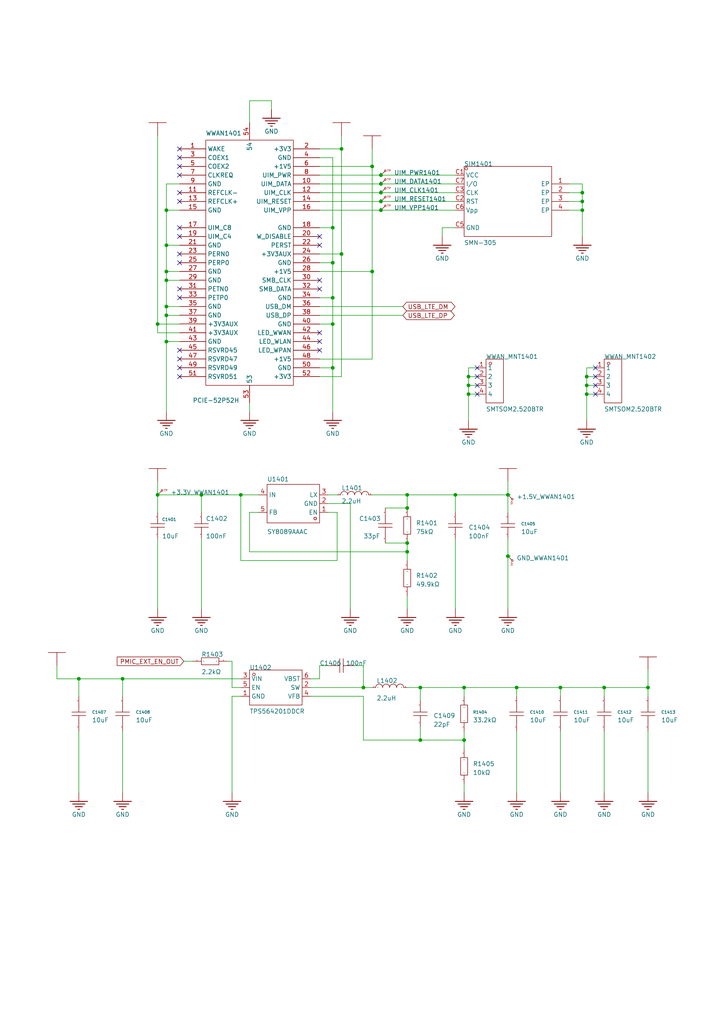
<source format=kicad_sch>
(kicad_sch
	(version 20250114)
	(generator "eeschema")
	(generator_version "9.0")
	(uuid "0334e7e0-c2e9-4e7b-82a1-2a63d73666f0")
	(paper "A4" portrait)
	
	(junction
		(at 58.42 143.51)
		(diameter 0)
		(color 0 0 0 0)
		(uuid "034efff9-7e16-49a5-b268-b356858b1450")
	)
	(junction
		(at 48.26 91.44)
		(diameter 0)
		(color 0 0 0 0)
		(uuid "0e028a5a-a9fd-44c1-b6ee-f77049589f7d")
	)
	(junction
		(at 45.72 143.51)
		(diameter 0)
		(color 0 0 0 0)
		(uuid "0e08474b-36d3-4767-b178-aaa7f54ceb72")
	)
	(junction
		(at 107.95 78.74)
		(diameter 0)
		(color 0 0 0 0)
		(uuid "13a10934-1f1f-4d05-bf68-2967287805b5")
	)
	(junction
		(at 149.86 199.39)
		(diameter 0)
		(color 0 0 0 0)
		(uuid "172da921-5a5e-4d6e-9f8d-146791805290")
	)
	(junction
		(at 118.11 157.48)
		(diameter 0)
		(color 0 0 0 0)
		(uuid "2256d58e-7e01-4f10-80cd-466b855322d9")
	)
	(junction
		(at 48.26 88.9)
		(diameter 0)
		(color 0 0 0 0)
		(uuid "2494d2c1-918a-44d2-9586-8cc1d8aa7805")
	)
	(junction
		(at 118.11 147.32)
		(diameter 0)
		(color 0 0 0 0)
		(uuid "27ac1ede-d701-4b30-8a16-9f974f608fd7")
	)
	(junction
		(at 99.06 73.66)
		(diameter 0)
		(color 0 0 0 0)
		(uuid "2a65151d-6b12-4388-9412-79c63bc6be1f")
	)
	(junction
		(at 110.49 58.42)
		(diameter 0)
		(color 0 0 0 0)
		(uuid "2ab496ad-6432-4965-abf5-8dad944c05e8")
	)
	(junction
		(at 135.89 109.22)
		(diameter 0)
		(color 0 0 0 0)
		(uuid "31ce4492-d8f6-469a-be35-29d1c4f42de0")
	)
	(junction
		(at 110.49 53.34)
		(diameter 0)
		(color 0 0 0 0)
		(uuid "399ccfea-ee4e-4b40-b5da-5cf3cbe8884c")
	)
	(junction
		(at 48.26 81.28)
		(diameter 0)
		(color 0 0 0 0)
		(uuid "3b01671a-3043-4733-a745-c9fc5f4f9c29")
	)
	(junction
		(at 96.52 76.2)
		(diameter 0)
		(color 0 0 0 0)
		(uuid "3bcda60c-556b-4714-b576-22222ddbc1ea")
	)
	(junction
		(at 22.86 196.85)
		(diameter 0)
		(color 0 0 0 0)
		(uuid "3cf7b41b-1391-49bd-868f-5b74c40e5704")
	)
	(junction
		(at 170.18 109.22)
		(diameter 0)
		(color 0 0 0 0)
		(uuid "3f68c872-3897-4d72-9733-0572826c29ee")
	)
	(junction
		(at 134.62 199.39)
		(diameter 0)
		(color 0 0 0 0)
		(uuid "4487c4ea-2b9a-4793-80e7-4b56554f4251")
	)
	(junction
		(at 135.89 111.76)
		(diameter 0)
		(color 0 0 0 0)
		(uuid "47ba87fe-e3ef-43d9-9a91-eea962576efc")
	)
	(junction
		(at 105.41 199.39)
		(diameter 0)
		(color 0 0 0 0)
		(uuid "49720d33-4e48-445a-9c54-9889739d18c9")
	)
	(junction
		(at 35.56 196.85)
		(diameter 0)
		(color 0 0 0 0)
		(uuid "4e689d3e-a21d-417f-abde-712cce5d1137")
	)
	(junction
		(at 168.91 55.88)
		(diameter 0)
		(color 0 0 0 0)
		(uuid "5066bca1-aa7d-451d-870c-1ce2afa3ee43")
	)
	(junction
		(at 147.32 161.29)
		(diameter 0)
		(color 0 0 0 0)
		(uuid "544ea7b1-dc99-49c4-87b9-6d0fca447321")
	)
	(junction
		(at 135.89 114.3)
		(diameter 0)
		(color 0 0 0 0)
		(uuid "65f23325-e877-4f13-94dd-c4d1a0d68b15")
	)
	(junction
		(at 170.18 114.3)
		(diameter 0)
		(color 0 0 0 0)
		(uuid "665e2193-d8c6-4c4e-a689-3ee6bdec8b98")
	)
	(junction
		(at 147.32 143.51)
		(diameter 0)
		(color 0 0 0 0)
		(uuid "70cf4dd8-e5e1-40d5-8ee7-5a97ac738d9c")
	)
	(junction
		(at 187.96 199.39)
		(diameter 0)
		(color 0 0 0 0)
		(uuid "7c3f1f86-b965-4f9b-9942-c51945519a90")
	)
	(junction
		(at 132.08 143.51)
		(diameter 0)
		(color 0 0 0 0)
		(uuid "7cf461b6-31c8-4183-b762-d8f0d9307f73")
	)
	(junction
		(at 121.92 199.39)
		(diameter 0)
		(color 0 0 0 0)
		(uuid "8905f13d-74cc-4221-aeba-dd6146c196d2")
	)
	(junction
		(at 168.91 58.42)
		(diameter 0)
		(color 0 0 0 0)
		(uuid "8fe8b8cd-632b-4b04-958c-748f987f4651")
	)
	(junction
		(at 48.26 71.12)
		(diameter 0)
		(color 0 0 0 0)
		(uuid "9c74c086-866d-4f62-b231-510ab2cb7b78")
	)
	(junction
		(at 110.49 60.96)
		(diameter 0)
		(color 0 0 0 0)
		(uuid "9f2cc557-dfcc-4f1e-9c4a-1fe199c5a937")
	)
	(junction
		(at 118.11 160.02)
		(diameter 0)
		(color 0 0 0 0)
		(uuid "a0ef2f49-f760-4c64-8095-785eb2c70501")
	)
	(junction
		(at 48.26 99.06)
		(diameter 0)
		(color 0 0 0 0)
		(uuid "ae39bd74-bc34-4d2f-a75a-486bfff444c0")
	)
	(junction
		(at 134.62 214.63)
		(diameter 0)
		(color 0 0 0 0)
		(uuid "ae3c1833-52c2-440c-aa00-cd236474e373")
	)
	(junction
		(at 107.95 48.26)
		(diameter 0)
		(color 0 0 0 0)
		(uuid "b7ae4be4-dff3-4068-b89a-fd8e9a0e33a1")
	)
	(junction
		(at 45.72 93.98)
		(diameter 0)
		(color 0 0 0 0)
		(uuid "b84e2f75-5ed4-435a-8fb9-9c573e1eddbb")
	)
	(junction
		(at 99.06 43.18)
		(diameter 0)
		(color 0 0 0 0)
		(uuid "bd14c454-f327-4fc0-af33-e49794621eae")
	)
	(junction
		(at 69.85 143.51)
		(diameter 0)
		(color 0 0 0 0)
		(uuid "bd3209e2-7b9e-4fcb-9724-cabceedbd88c")
	)
	(junction
		(at 48.26 60.96)
		(diameter 0)
		(color 0 0 0 0)
		(uuid "bead06f3-ec8a-4329-ba5c-65e4d75cfba1")
	)
	(junction
		(at 48.26 78.74)
		(diameter 0)
		(color 0 0 0 0)
		(uuid "c2385885-e4ee-4da1-a6bd-59da4f8daae1")
	)
	(junction
		(at 96.52 93.98)
		(diameter 0)
		(color 0 0 0 0)
		(uuid "cc6bc3d2-59f1-4c13-9d30-561d7a7e44d9")
	)
	(junction
		(at 96.52 106.68)
		(diameter 0)
		(color 0 0 0 0)
		(uuid "cda676fd-55f3-4289-86c9-0a53bee0af35")
	)
	(junction
		(at 121.92 214.63)
		(diameter 0)
		(color 0 0 0 0)
		(uuid "cfb7a0e9-3713-4fdb-a88c-5fda63d5d1c0")
	)
	(junction
		(at 110.49 50.8)
		(diameter 0)
		(color 0 0 0 0)
		(uuid "d5d9d205-47a8-4bda-9f8c-414757d3011b")
	)
	(junction
		(at 96.52 86.36)
		(diameter 0)
		(color 0 0 0 0)
		(uuid "da934936-188a-4873-a8cc-50e7ebe1a97c")
	)
	(junction
		(at 118.11 143.51)
		(diameter 0)
		(color 0 0 0 0)
		(uuid "dc0fdb89-dcb3-4b79-bf62-67232221d89a")
	)
	(junction
		(at 110.49 55.88)
		(diameter 0)
		(color 0 0 0 0)
		(uuid "e2178cc5-12fc-42e9-886a-408ef8e87970")
	)
	(junction
		(at 96.52 66.04)
		(diameter 0)
		(color 0 0 0 0)
		(uuid "ea6fd83c-9acc-40b2-ad20-53a4d970a33a")
	)
	(junction
		(at 168.91 60.96)
		(diameter 0)
		(color 0 0 0 0)
		(uuid "ed34e622-60dd-458b-af99-0e2ed899a7e0")
	)
	(junction
		(at 175.26 199.39)
		(diameter 0)
		(color 0 0 0 0)
		(uuid "ef1e7617-7ca8-40e4-b8e1-2afd8f35b5bd")
	)
	(junction
		(at 170.18 111.76)
		(diameter 0)
		(color 0 0 0 0)
		(uuid "f4fa2e0f-c300-4bbd-85bc-c2fedd7dffdd")
	)
	(junction
		(at 162.56 199.39)
		(diameter 0)
		(color 0 0 0 0)
		(uuid "ffa7eb52-b9e2-4cfc-9541-53924b0efee7")
	)
	(no_connect
		(at 138.43 114.3)
		(uuid "07c4468a-91bf-481a-bdf5-a4bcf9942764")
	)
	(no_connect
		(at 52.0954 101.5746)
		(uuid "217f5133-5f17-42c1-8af6-f8a29591c02f")
	)
	(no_connect
		(at 52.0954 109.22)
		(uuid "222ae693-21b6-4b66-bd1c-fb6de36f778e")
	)
	(no_connect
		(at 92.71 99.0346)
		(uuid "2ec29540-63cd-4156-b118-452346b0a5d3")
	)
	(no_connect
		(at 52.07 45.72)
		(uuid "3697bf54-be9e-4688-9953-4fd92f9b5b48")
	)
	(no_connect
		(at 92.71 68.58)
		(uuid "373a2d58-f456-4a1a-ae32-fd12a36fdf3e")
	)
	(no_connect
		(at 172.72 111.76)
		(uuid "4023aa6e-40b5-4e57-ac57-33a90bd20564")
	)
	(no_connect
		(at 52.07 48.26)
		(uuid "55318b0e-16de-4527-9a7e-d67992cd4f99")
	)
	(no_connect
		(at 172.72 109.22)
		(uuid "5754dc8b-2ffb-4731-962f-1a7b8dd7e79e")
	)
	(no_connect
		(at 92.71 83.82)
		(uuid "57f8b083-c999-44bb-aace-98b1dc0c1906")
	)
	(no_connect
		(at 52.07 73.66)
		(uuid "5f61ae00-076d-4510-8429-d7ba41d97c3c")
	)
	(no_connect
		(at 138.43 109.22)
		(uuid "678e36ea-dc01-4099-9909-bd2f03b8e85c")
	)
	(no_connect
		(at 52.0954 86.3346)
		(uuid "6d84b43a-ef59-435c-82b7-45743994e509")
	)
	(no_connect
		(at 52.0954 106.6546)
		(uuid "710997ff-24c2-4852-ae82-49a6b2fcf85f")
	)
	(no_connect
		(at 52.07 68.58)
		(uuid "7b03c503-df5c-40a0-a3e2-70f97e54d0df")
	)
	(no_connect
		(at 52.07 50.8)
		(uuid "7cfd227f-2707-464b-8d34-834d36cb2a44")
	)
	(no_connect
		(at 92.71 71.12)
		(uuid "8327e232-b8e3-4bf2-8354-2de23409d2b1")
	)
	(no_connect
		(at 52.0954 58.42)
		(uuid "87d1aca7-38da-4634-a20f-053c7fdc8da5")
	)
	(no_connect
		(at 52.0954 55.88)
		(uuid "9678959d-637d-4710-a645-8ff78da87780")
	)
	(no_connect
		(at 52.0954 76.2)
		(uuid "a55253b1-2513-43e3-81dc-de9503833192")
	)
	(no_connect
		(at 92.71 96.4946)
		(uuid "aa800212-e64d-413a-85ab-65490f3c89f3")
	)
	(no_connect
		(at 138.43 106.68)
		(uuid "afd965e2-891e-49ad-ae48-1f1c4b7b53a9")
	)
	(no_connect
		(at 172.72 114.3)
		(uuid "afdd4211-da84-4354-86b4-3c09422b33c2")
	)
	(no_connect
		(at 92.71 101.5746)
		(uuid "b653038b-3077-4ab8-a445-782f428d3170")
	)
	(no_connect
		(at 52.07 43.18)
		(uuid "c48957db-a836-4d19-8e3a-966f9755a9b4")
	)
	(no_connect
		(at 52.07 66.04)
		(uuid "c67a2c5b-18bc-463d-88c1-3a5a7ba53a4f")
	)
	(no_connect
		(at 52.0954 104.1146)
		(uuid "d0a802db-2c82-45b3-8452-334524c0505f")
	)
	(no_connect
		(at 52.0954 83.7946)
		(uuid "d7e9fdc9-d7ea-47a2-8da2-a449806e4751")
	)
	(no_connect
		(at 92.71 81.28)
		(uuid "d9b3cbc5-7535-42dd-a33c-b668defcdaa8")
	)
	(no_connect
		(at 172.72 106.68)
		(uuid "f33cfc9b-c015-4678-8b4f-e0d382a5fd72")
	)
	(no_connect
		(at 138.43 111.76)
		(uuid "f687fac0-6f87-4ab9-9ecc-5f36e5b0e409")
	)
	(wire
		(pts
			(xy 96.52 106.68) (xy 96.52 93.98)
		)
		(stroke
			(width 0)
			(type default)
		)
		(uuid "0034b5f6-b055-4277-8ec9-42c66fe98147")
	)
	(wire
		(pts
			(xy 168.91 53.34) (xy 168.91 55.88)
		)
		(stroke
			(width 0)
			(type default)
		)
		(uuid "0182d488-54a8-4e6e-b2a8-2c53b379febf")
	)
	(wire
		(pts
			(xy 135.89 111.76) (xy 135.89 109.22)
		)
		(stroke
			(width 0)
			(type default)
		)
		(uuid "04bb72b6-ef13-4382-8f74-1234a483c6a5")
	)
	(wire
		(pts
			(xy 168.91 58.42) (xy 168.91 60.96)
		)
		(stroke
			(width 0)
			(type default)
		)
		(uuid "04e5607b-2b12-416a-ad62-45d8bd1421d6")
	)
	(wire
		(pts
			(xy 128.27 66.04) (xy 128.27 68.58)
		)
		(stroke
			(width 0)
			(type default)
		)
		(uuid "0532d238-2571-4100-9e6c-a965f001a542")
	)
	(wire
		(pts
			(xy 118.11 147.32) (xy 118.11 143.51)
		)
		(stroke
			(width 0)
			(type default)
		)
		(uuid "063025ac-2c7d-4f35-bdcb-4bf72b724e23")
	)
	(wire
		(pts
			(xy 22.86 196.85) (xy 16.51 196.85)
		)
		(stroke
			(width 0)
			(type default)
		)
		(uuid "0a94a9de-edcd-4cf8-96c0-7fb1b88ab291")
	)
	(wire
		(pts
			(xy 134.62 199.39) (xy 121.92 199.39)
		)
		(stroke
			(width 0)
			(type default)
		)
		(uuid "0c7bffa2-2d3a-46bf-9067-4a36584c8a0a")
	)
	(wire
		(pts
			(xy 168.91 55.88) (xy 168.91 58.42)
		)
		(stroke
			(width 0)
			(type default)
		)
		(uuid "11ba49b0-e8e5-4e82-9479-1bcef25ae9f9")
	)
	(wire
		(pts
			(xy 105.41 201.93) (xy 105.41 214.63)
		)
		(stroke
			(width 0)
			(type default)
		)
		(uuid "12cb880a-ccc4-4650-be49-bf614ab4459d")
	)
	(wire
		(pts
			(xy 135.89 109.22) (xy 138.43 109.22)
		)
		(stroke
			(width 0)
			(type default)
		)
		(uuid "130b3f6a-a24a-4056-a8cd-ba8ef1c725d0")
	)
	(wire
		(pts
			(xy 58.42 143.51) (xy 58.42 148.59)
		)
		(stroke
			(width 0)
			(type default)
		)
		(uuid "130f80dc-e882-4324-a1d1-909035098dd0")
	)
	(wire
		(pts
			(xy 147.32 148.59) (xy 147.32 143.51)
		)
		(stroke
			(width 0)
			(type default)
		)
		(uuid "13e2c0fe-487b-4cfa-b763-2d2d4fe5d7ee")
	)
	(wire
		(pts
			(xy 48.26 53.34) (xy 48.26 60.96)
		)
		(stroke
			(width 0)
			(type default)
		)
		(uuid "1488427c-6ed1-4825-96d8-412018ff8aa9")
	)
	(wire
		(pts
			(xy 92.71 91.44) (xy 116.84 91.44)
		)
		(stroke
			(width 0)
			(type default)
		)
		(uuid "14ec38b4-f2fe-41e7-b9df-1935ce366b0e")
	)
	(wire
		(pts
			(xy 118.11 172.72) (xy 118.11 176.53)
		)
		(stroke
			(width 0)
			(type default)
		)
		(uuid "15757609-e901-4cd2-9f6f-de2a7531b618")
	)
	(wire
		(pts
			(xy 92.71 88.9) (xy 116.84 88.9)
		)
		(stroke
			(width 0)
			(type default)
		)
		(uuid "183e6f95-3350-4766-8f12-1ab2f430b3d7")
	)
	(wire
		(pts
			(xy 69.85 162.56) (xy 97.79 162.56)
		)
		(stroke
			(width 0)
			(type default)
		)
		(uuid "19125259-6b42-47d2-994e-d47c6bf03f23")
	)
	(wire
		(pts
			(xy 99.06 39.37) (xy 99.06 43.18)
		)
		(stroke
			(width 0)
			(type default)
		)
		(uuid "1c77f9be-c129-4b3a-8f97-2e4f251d7d90")
	)
	(wire
		(pts
			(xy 134.62 214.63) (xy 134.62 212.09)
		)
		(stroke
			(width 0)
			(type default)
		)
		(uuid "1d85b2f3-27dc-484d-8d25-f3a414082bf4")
	)
	(wire
		(pts
			(xy 175.26 199.39) (xy 175.26 201.93)
		)
		(stroke
			(width 0)
			(type default)
		)
		(uuid "1f3f8ee3-2598-4e18-8b53-5a076771c507")
	)
	(wire
		(pts
			(xy 170.18 111.76) (xy 172.72 111.76)
		)
		(stroke
			(width 0)
			(type default)
		)
		(uuid "1f8721ea-75c6-482d-877e-399a5ec5e170")
	)
	(wire
		(pts
			(xy 175.26 199.39) (xy 187.96 199.39)
		)
		(stroke
			(width 0)
			(type default)
		)
		(uuid "20ebc5f9-d52a-46e7-b14d-7c8a6ac9fd6d")
	)
	(wire
		(pts
			(xy 96.52 45.72) (xy 92.71 45.72)
		)
		(stroke
			(width 0)
			(type default)
		)
		(uuid "237d8066-67b8-4760-8d40-ea5f5cedc0b0")
	)
	(wire
		(pts
			(xy 134.62 229.87) (xy 134.62 227.33)
		)
		(stroke
			(width 0)
			(type default)
		)
		(uuid "2613d6f9-fde4-49de-adec-6ad0a0210b70")
	)
	(wire
		(pts
			(xy 107.95 48.26) (xy 107.95 78.74)
		)
		(stroke
			(width 0)
			(type default)
		)
		(uuid "287636f8-368c-4b4d-bcce-64ac7f877d14")
	)
	(wire
		(pts
			(xy 172.72 114.3) (xy 170.18 114.3)
		)
		(stroke
			(width 0)
			(type default)
		)
		(uuid "28c1f8d7-337c-42ce-8e2f-62b2930bfbd1")
	)
	(wire
		(pts
			(xy 132.08 143.51) (xy 147.32 143.51)
		)
		(stroke
			(width 0)
			(type default)
		)
		(uuid "2ac400c2-a73f-48c4-837d-ec0edd569db6")
	)
	(wire
		(pts
			(xy 170.18 111.76) (xy 170.18 114.3)
		)
		(stroke
			(width 0)
			(type default)
		)
		(uuid "2c2f1709-40d3-4f26-8ed7-86a7e651da50")
	)
	(wire
		(pts
			(xy 58.42 176.53) (xy 58.42 156.21)
		)
		(stroke
			(width 0)
			(type default)
		)
		(uuid "2dbbe852-4894-41d6-9437-112b4b6bc30c")
	)
	(wire
		(pts
			(xy 72.39 148.59) (xy 72.39 160.02)
		)
		(stroke
			(width 0)
			(type default)
		)
		(uuid "2eac17d4-7fd7-4991-a2d6-c2194df29818")
	)
	(wire
		(pts
			(xy 135.89 111.76) (xy 135.89 114.3)
		)
		(stroke
			(width 0)
			(type default)
		)
		(uuid "31eb488f-4ad2-4098-b2ec-35f7294bfc9b")
	)
	(wire
		(pts
			(xy 99.06 43.18) (xy 92.71 43.18)
		)
		(stroke
			(width 0)
			(type default)
		)
		(uuid "31fd646d-a11d-4a64-9e04-7408c255d680")
	)
	(wire
		(pts
			(xy 132.08 58.42) (xy 110.49 58.42)
		)
		(stroke
			(width 0)
			(type default)
		)
		(uuid "34de44fe-9d8d-4490-9c1a-421f4aa5442a")
	)
	(wire
		(pts
			(xy 52.07 71.12) (xy 48.26 71.12)
		)
		(stroke
			(width 0)
			(type default)
		)
		(uuid "38b85943-83e4-4cb9-9347-365260e2937c")
	)
	(wire
		(pts
			(xy 99.06 73.66) (xy 99.06 43.18)
		)
		(stroke
			(width 0)
			(type default)
		)
		(uuid "40e3d7bb-ce1d-4665-8172-0643bc57b16a")
	)
	(wire
		(pts
			(xy 92.71 109.22) (xy 99.06 109.22)
		)
		(stroke
			(width 0)
			(type default)
		)
		(uuid "41db7776-854e-4a00-9429-f066a419965a")
	)
	(wire
		(pts
			(xy 162.56 199.39) (xy 149.86 199.39)
		)
		(stroke
			(width 0)
			(type default)
		)
		(uuid "42165e65-f780-44b3-af8c-5ed54ba378ac")
	)
	(wire
		(pts
			(xy 48.26 60.96) (xy 48.26 71.12)
		)
		(stroke
			(width 0)
			(type default)
		)
		(uuid "43c58582-0d96-4e94-a2c1-4ec9df3e6afa")
	)
	(wire
		(pts
			(xy 110.49 53.34) (xy 92.71 53.34)
		)
		(stroke
			(width 0)
			(type default)
		)
		(uuid "44176b5d-05ab-462d-96e7-070e8351d9d8")
	)
	(wire
		(pts
			(xy 69.85 199.39) (xy 67.31 199.39)
		)
		(stroke
			(width 0)
			(type default)
		)
		(uuid "4559a5b2-134b-4da9-b14d-a9a7c7fb7676")
	)
	(wire
		(pts
			(xy 170.18 114.3) (xy 170.18 121.92)
		)
		(stroke
			(width 0)
			(type default)
		)
		(uuid "487ff131-1c65-473c-925b-2ed687c5151b")
	)
	(wire
		(pts
			(xy 165.1 55.88) (xy 168.91 55.88)
		)
		(stroke
			(width 0)
			(type default)
		)
		(uuid "4920e214-8c55-4fb1-b2aa-bae47c2eeec8")
	)
	(wire
		(pts
			(xy 95.25 193.04) (xy 92.71 193.04)
		)
		(stroke
			(width 0)
			(type default)
		)
		(uuid "495bb075-6b9a-44c9-9e76-1c09ff504c48")
	)
	(wire
		(pts
			(xy 165.1 58.42) (xy 168.91 58.42)
		)
		(stroke
			(width 0)
			(type default)
		)
		(uuid "4aea2e46-2626-44d4-ada8-7c5dfe6ef2fd")
	)
	(wire
		(pts
			(xy 67.31 191.77) (xy 67.31 199.39)
		)
		(stroke
			(width 0)
			(type default)
		)
		(uuid "4c9ccbd2-edff-4909-a070-16ea62486f40")
	)
	(wire
		(pts
			(xy 135.89 111.76) (xy 138.43 111.76)
		)
		(stroke
			(width 0)
			(type default)
		)
		(uuid "4d1be253-b69a-425f-a235-e9912f78c72a")
	)
	(wire
		(pts
			(xy 118.11 143.51) (xy 132.08 143.51)
		)
		(stroke
			(width 0)
			(type default)
		)
		(uuid "4e3ae8b3-90c8-49e9-ae38-8f8309bdaf04")
	)
	(wire
		(pts
			(xy 187.96 194.31) (xy 187.96 199.39)
		)
		(stroke
			(width 0)
			(type default)
		)
		(uuid "4f35a991-f17d-4193-b4aa-9cdcd3677703")
	)
	(wire
		(pts
			(xy 52.07 53.34) (xy 48.26 53.34)
		)
		(stroke
			(width 0)
			(type default)
		)
		(uuid "50778a14-e08b-4ca4-aa4f-342a1b8d2637")
	)
	(wire
		(pts
			(xy 168.91 68.58) (xy 168.91 60.96)
		)
		(stroke
			(width 0)
			(type default)
		)
		(uuid "51b1593d-68ca-42dc-82d2-75e18baa9cad")
	)
	(wire
		(pts
			(xy 45.72 143.51) (xy 58.42 143.51)
		)
		(stroke
			(width 0)
			(type default)
		)
		(uuid "51dffd14-e650-40ab-a2e6-1486b02ae6c3")
	)
	(wire
		(pts
			(xy 132.08 60.96) (xy 110.49 60.96)
		)
		(stroke
			(width 0)
			(type default)
		)
		(uuid "53a3e91c-4de7-46a2-9e2d-6359cb535cb2")
	)
	(wire
		(pts
			(xy 48.26 71.12) (xy 48.26 78.74)
		)
		(stroke
			(width 0)
			(type default)
		)
		(uuid "561b7b3c-ddd4-40ce-8608-47a6e3fb70f8")
	)
	(wire
		(pts
			(xy 52.07 91.44) (xy 48.26 91.44)
		)
		(stroke
			(width 0)
			(type default)
		)
		(uuid "567b6188-fecb-4e22-ad21-495f3130f571")
	)
	(wire
		(pts
			(xy 52.07 88.9) (xy 48.26 88.9)
		)
		(stroke
			(width 0)
			(type default)
		)
		(uuid "572012cb-605e-423c-8721-33a00b7349ba")
	)
	(wire
		(pts
			(xy 132.08 176.53) (xy 132.08 156.21)
		)
		(stroke
			(width 0)
			(type default)
		)
		(uuid "587585ad-af87-4422-8c4e-14b06d03d0b5")
	)
	(wire
		(pts
			(xy 48.26 119.38) (xy 48.26 99.06)
		)
		(stroke
			(width 0)
			(type default)
		)
		(uuid "5952bb27-cf31-4d73-97be-ba0d3f7f52a5")
	)
	(wire
		(pts
			(xy 67.31 201.93) (xy 67.31 229.87)
		)
		(stroke
			(width 0)
			(type default)
		)
		(uuid "595ac036-3855-437d-97fe-54636aaff9a3")
	)
	(wire
		(pts
			(xy 52.07 81.28) (xy 48.26 81.28)
		)
		(stroke
			(width 0)
			(type default)
		)
		(uuid "5b360989-dc9d-4e40-bb52-0cefbdc22bfa")
	)
	(wire
		(pts
			(xy 101.6 146.05) (xy 101.6 176.53)
		)
		(stroke
			(width 0)
			(type default)
		)
		(uuid "5befd6ae-a3ae-4e85-9452-4bfa17d8e406")
	)
	(wire
		(pts
			(xy 132.08 148.59) (xy 132.08 143.51)
		)
		(stroke
			(width 0)
			(type default)
		)
		(uuid "5da11d39-6bdb-4fc6-bb66-1c8592d48d1e")
	)
	(wire
		(pts
			(xy 121.92 214.63) (xy 105.41 214.63)
		)
		(stroke
			(width 0)
			(type default)
		)
		(uuid "5ed9c21a-e463-4ae6-8ebb-00422bfb7447")
	)
	(wire
		(pts
			(xy 78.74 31.75) (xy 78.74 29.21)
		)
		(stroke
			(width 0)
			(type default)
		)
		(uuid "613b6925-945f-40f5-aada-b8fb6cd98a8b")
	)
	(wire
		(pts
			(xy 107.95 78.74) (xy 107.95 104.14)
		)
		(stroke
			(width 0)
			(type default)
		)
		(uuid "61596fef-a092-4e4d-a018-c524ef057dbc")
	)
	(wire
		(pts
			(xy 92.71 73.66) (xy 99.06 73.66)
		)
		(stroke
			(width 0)
			(type default)
		)
		(uuid "6241e0d6-9449-49c8-ad8e-2b0caaef8a2a")
	)
	(wire
		(pts
			(xy 72.39 29.21) (xy 72.39 35.56)
		)
		(stroke
			(width 0)
			(type default)
		)
		(uuid "6357ff4f-1434-45da-b65d-dadbf976477f")
	)
	(wire
		(pts
			(xy 97.79 148.59) (xy 97.79 162.56)
		)
		(stroke
			(width 0)
			(type default)
		)
		(uuid "63b1a301-32a9-4f69-83a4-34243b30aea3")
	)
	(wire
		(pts
			(xy 96.52 66.04) (xy 92.71 66.04)
		)
		(stroke
			(width 0)
			(type default)
		)
		(uuid "654a4496-a8cf-4d6f-b3e3-a5dd87e5bb3e")
	)
	(wire
		(pts
			(xy 111.76 147.32) (xy 118.11 147.32)
		)
		(stroke
			(width 0)
			(type default)
		)
		(uuid "65aad851-267d-4544-b974-a1d459a6a652")
	)
	(wire
		(pts
			(xy 96.52 76.2) (xy 96.52 66.04)
		)
		(stroke
			(width 0)
			(type default)
		)
		(uuid "68062a99-072a-4ace-8807-59a18e0d99ed")
	)
	(wire
		(pts
			(xy 48.26 91.44) (xy 48.26 99.06)
		)
		(stroke
			(width 0)
			(type default)
		)
		(uuid "6852f9b9-cbee-42fd-aecb-8ebc28d868ed")
	)
	(wire
		(pts
			(xy 69.85 143.51) (xy 74.93 143.51)
		)
		(stroke
			(width 0)
			(type default)
		)
		(uuid "68970dee-6964-48d7-bf31-ec98b7a5a853")
	)
	(wire
		(pts
			(xy 132.08 66.04) (xy 128.27 66.04)
		)
		(stroke
			(width 0)
			(type default)
		)
		(uuid "6a07c97e-da81-446b-8087-0a1499ea5ed8")
	)
	(wire
		(pts
			(xy 110.49 50.8) (xy 92.71 50.8)
		)
		(stroke
			(width 0)
			(type default)
		)
		(uuid "6a1ef627-b546-44b4-896c-121a9df24e00")
	)
	(wire
		(pts
			(xy 134.62 199.39) (xy 134.62 201.93)
		)
		(stroke
			(width 0)
			(type default)
		)
		(uuid "6baea499-909a-4ac4-aef0-83a5ca07ad7f")
	)
	(wire
		(pts
			(xy 107.95 48.26) (xy 92.71 48.26)
		)
		(stroke
			(width 0)
			(type default)
		)
		(uuid "71c46f11-3246-43b0-aac0-53e345bc7184")
	)
	(wire
		(pts
			(xy 90.17 201.93) (xy 105.41 201.93)
		)
		(stroke
			(width 0)
			(type default)
		)
		(uuid "74b9c204-9ccd-42b7-97f8-449662bfbeca")
	)
	(wire
		(pts
			(xy 102.87 193.04) (xy 105.41 193.04)
		)
		(stroke
			(width 0)
			(type default)
		)
		(uuid "74c9f9ac-067d-475d-806c-78eabc001d5d")
	)
	(wire
		(pts
			(xy 187.96 229.87) (xy 187.96 212.09)
		)
		(stroke
			(width 0)
			(type default)
		)
		(uuid "75394433-7aad-4f85-9466-150cf0e7b8df")
	)
	(wire
		(pts
			(xy 121.92 214.63) (xy 121.92 210.82)
		)
		(stroke
			(width 0)
			(type default)
		)
		(uuid "765ff7c2-03bc-4fd0-877c-3c589426004c")
	)
	(wire
		(pts
			(xy 121.92 199.39) (xy 118.11 199.39)
		)
		(stroke
			(width 0)
			(type default)
		)
		(uuid "78bdbdbf-5ba6-4b5a-b9b1-3afd3b78a1bf")
	)
	(wire
		(pts
			(xy 90.17 199.39) (xy 105.41 199.39)
		)
		(stroke
			(width 0)
			(type default)
		)
		(uuid "7b540fce-bd15-4cf3-9c94-bf28d457e10f")
	)
	(wire
		(pts
			(xy 132.08 50.8) (xy 110.49 50.8)
		)
		(stroke
			(width 0)
			(type default)
		)
		(uuid "7c191858-8ae4-4758-b946-e4e1f1d7f7c9")
	)
	(wire
		(pts
			(xy 35.56 196.85) (xy 35.56 201.93)
		)
		(stroke
			(width 0)
			(type default)
		)
		(uuid "7ccc29ae-f441-433c-9e6b-798ab6dde7eb")
	)
	(wire
		(pts
			(xy 132.08 53.34) (xy 110.49 53.34)
		)
		(stroke
			(width 0)
			(type default)
		)
		(uuid "7d3f922d-8a83-42e2-9d9f-7d450ed0f2b4")
	)
	(wire
		(pts
			(xy 58.42 143.51) (xy 69.85 143.51)
		)
		(stroke
			(width 0)
			(type default)
		)
		(uuid "7db53213-2c32-4fee-b7de-04d7ec126959")
	)
	(wire
		(pts
			(xy 52.07 96.52) (xy 45.72 96.52)
		)
		(stroke
			(width 0)
			(type default)
		)
		(uuid "7e9d76c6-77a9-4823-97ba-ac18ff3a48f1")
	)
	(wire
		(pts
			(xy 22.86 196.85) (xy 22.86 201.93)
		)
		(stroke
			(width 0)
			(type default)
		)
		(uuid "864a916b-e929-4ca3-b1f9-7fae6883eaaa")
	)
	(wire
		(pts
			(xy 96.52 93.98) (xy 96.52 86.36)
		)
		(stroke
			(width 0)
			(type default)
		)
		(uuid "887e2979-6e23-4207-8abf-d7e804ca21d8")
	)
	(wire
		(pts
			(xy 45.72 96.52) (xy 45.72 93.98)
		)
		(stroke
			(width 0)
			(type default)
		)
		(uuid "8c1ee884-2304-4ff4-98c6-9434968d75af")
	)
	(wire
		(pts
			(xy 74.93 148.59) (xy 72.39 148.59)
		)
		(stroke
			(width 0)
			(type default)
		)
		(uuid "8f0492c3-6cd5-4a41-a2b4-dc1e0ac5428d")
	)
	(wire
		(pts
			(xy 45.72 93.98) (xy 52.07 93.98)
		)
		(stroke
			(width 0)
			(type default)
		)
		(uuid "8fbcb57e-7a6c-416b-9739-9dba909982fe")
	)
	(wire
		(pts
			(xy 162.56 199.39) (xy 162.56 201.93)
		)
		(stroke
			(width 0)
			(type default)
		)
		(uuid "90202ae9-0906-47f7-bff9-63adf1c61cce")
	)
	(wire
		(pts
			(xy 110.49 58.42) (xy 92.71 58.42)
		)
		(stroke
			(width 0)
			(type default)
		)
		(uuid "91374cc0-0796-4427-8777-5a69dc87a26d")
	)
	(wire
		(pts
			(xy 105.41 199.39) (xy 107.95 199.39)
		)
		(stroke
			(width 0)
			(type default)
		)
		(uuid "9560b169-c476-4b81-92ac-70e429f1f083")
	)
	(wire
		(pts
			(xy 111.76 157.48) (xy 118.11 157.48)
		)
		(stroke
			(width 0)
			(type default)
		)
		(uuid "96157c7f-23d8-4ce4-a327-cb6d1f7e28b5")
	)
	(wire
		(pts
			(xy 45.72 176.53) (xy 45.72 156.21)
		)
		(stroke
			(width 0)
			(type default)
		)
		(uuid "97fb4726-6f16-42d9-a8e1-c4c52803aa0d")
	)
	(wire
		(pts
			(xy 35.56 196.85) (xy 69.85 196.85)
		)
		(stroke
			(width 0)
			(type default)
		)
		(uuid "9a3bbb15-c326-4197-9d28-91e68d99f5b9")
	)
	(wire
		(pts
			(xy 52.07 99.06) (xy 48.26 99.06)
		)
		(stroke
			(width 0)
			(type default)
		)
		(uuid "9cfb28fb-a2e5-4c30-89f0-1ae7f0dda202")
	)
	(wire
		(pts
			(xy 149.86 229.87) (xy 149.86 212.09)
		)
		(stroke
			(width 0)
			(type default)
		)
		(uuid "a06bde59-d067-4ecd-8e81-7df4ea721d56")
	)
	(wire
		(pts
			(xy 165.1 60.96) (xy 168.91 60.96)
		)
		(stroke
			(width 0)
			(type default)
		)
		(uuid "a5a89515-b998-4411-85f7-b91f820046a7")
	)
	(wire
		(pts
			(xy 121.92 214.63) (xy 134.62 214.63)
		)
		(stroke
			(width 0)
			(type default)
		)
		(uuid "a65dc1b2-cc37-49b1-86e2-5614cec4fcc2")
	)
	(wire
		(pts
			(xy 121.92 199.39) (xy 121.92 203.2)
		)
		(stroke
			(width 0)
			(type default)
		)
		(uuid "a9b5516f-960a-4053-8772-263de3d215d5")
	)
	(wire
		(pts
			(xy 149.86 199.39) (xy 134.62 199.39)
		)
		(stroke
			(width 0)
			(type default)
		)
		(uuid "a9d4449a-dff8-4798-81e1-3669560be5c3")
	)
	(wire
		(pts
			(xy 96.52 106.68) (xy 92.71 106.68)
		)
		(stroke
			(width 0)
			(type default)
		)
		(uuid "aa0ffce3-afd3-405a-9d7f-bef5b553dfd0")
	)
	(wire
		(pts
			(xy 101.6 146.05) (xy 95.25 146.05)
		)
		(stroke
			(width 0)
			(type default)
		)
		(uuid "acc9f91d-e731-454b-bdd8-172c97addb0d")
	)
	(wire
		(pts
			(xy 175.26 229.87) (xy 175.26 212.09)
		)
		(stroke
			(width 0)
			(type default)
		)
		(uuid "afdc65c9-14a0-4353-aea6-6acb8ac3e503")
	)
	(wire
		(pts
			(xy 96.52 86.36) (xy 92.71 86.36)
		)
		(stroke
			(width 0)
			(type default)
		)
		(uuid "b02ebae7-cd0f-4c5b-b93b-962b2ee3c5a5")
	)
	(wire
		(pts
			(xy 72.39 160.02) (xy 118.11 160.02)
		)
		(stroke
			(width 0)
			(type default)
		)
		(uuid "b04e954e-b5a2-4459-b3e8-6856f62c9850")
	)
	(wire
		(pts
			(xy 52.07 60.96) (xy 48.26 60.96)
		)
		(stroke
			(width 0)
			(type default)
		)
		(uuid "b62e4c9a-0661-4c99-a0df-23d357f4e451")
	)
	(wire
		(pts
			(xy 35.56 196.85) (xy 22.86 196.85)
		)
		(stroke
			(width 0)
			(type default)
		)
		(uuid "b6cfea77-a9f8-4bf5-9eee-406404452e09")
	)
	(wire
		(pts
			(xy 187.96 199.39) (xy 187.96 201.93)
		)
		(stroke
			(width 0)
			(type default)
		)
		(uuid "b9469a9f-73fb-4598-b6f8-e5d518e6b685")
	)
	(wire
		(pts
			(xy 110.49 60.96) (xy 92.71 60.96)
		)
		(stroke
			(width 0)
			(type default)
		)
		(uuid "b9fc5d0b-acb4-4a7c-b961-fb32d9b1de38")
	)
	(wire
		(pts
			(xy 67.31 191.77) (xy 66.04 191.77)
		)
		(stroke
			(width 0)
			(type default)
		)
		(uuid "bf5a86dd-f542-4a13-b6f0-9355c78497c7")
	)
	(wire
		(pts
			(xy 96.52 66.04) (xy 96.52 45.72)
		)
		(stroke
			(width 0)
			(type default)
		)
		(uuid "c0515ede-56ac-499f-9148-0cad75129977")
	)
	(wire
		(pts
			(xy 52.07 78.74) (xy 48.26 78.74)
		)
		(stroke
			(width 0)
			(type default)
		)
		(uuid "c0b2bc14-9c65-4938-80f5-2d860e8a5a5b")
	)
	(wire
		(pts
			(xy 92.71 193.04) (xy 92.71 196.85)
		)
		(stroke
			(width 0)
			(type default)
		)
		(uuid "c1ae7638-665c-49bf-83e9-1ad6dd8c81d4")
	)
	(wire
		(pts
			(xy 16.51 193.04) (xy 16.51 196.85)
		)
		(stroke
			(width 0)
			(type default)
		)
		(uuid "c465cf18-6bd8-442c-b9db-bb74791f2b73")
	)
	(wire
		(pts
			(xy 135.89 106.68) (xy 138.43 106.68)
		)
		(stroke
			(width 0)
			(type default)
		)
		(uuid "c5882ce5-abe5-43b2-a049-c2a3040abe7f")
	)
	(wire
		(pts
			(xy 165.1 53.34) (xy 168.91 53.34)
		)
		(stroke
			(width 0)
			(type default)
		)
		(uuid "c7345a20-b606-471f-af0e-1881f1c099f5")
	)
	(wire
		(pts
			(xy 175.26 199.39) (xy 162.56 199.39)
		)
		(stroke
			(width 0)
			(type default)
		)
		(uuid "c9173c15-1a17-44ec-b0aa-3fd63efd22b7")
	)
	(wire
		(pts
			(xy 69.85 201.93) (xy 67.31 201.93)
		)
		(stroke
			(width 0)
			(type default)
		)
		(uuid "c96a1273-c55a-416e-8e45-50e4b39c30b5")
	)
	(wire
		(pts
			(xy 45.72 143.51) (xy 45.72 148.59)
		)
		(stroke
			(width 0)
			(type default)
		)
		(uuid "c9712f5e-1a7c-47ad-ab26-867871da260c")
	)
	(wire
		(pts
			(xy 22.86 229.87) (xy 22.86 212.09)
		)
		(stroke
			(width 0)
			(type default)
		)
		(uuid "c9accea3-6f47-40db-9ad6-577574e396ab")
	)
	(wire
		(pts
			(xy 96.52 93.98) (xy 92.71 93.98)
		)
		(stroke
			(width 0)
			(type default)
		)
		(uuid "ca577b7b-1a63-4216-b53e-657f392540d1")
	)
	(wire
		(pts
			(xy 138.43 114.3) (xy 135.89 114.3)
		)
		(stroke
			(width 0)
			(type default)
		)
		(uuid "cbf3934f-5517-4553-89eb-c50acd42948d")
	)
	(wire
		(pts
			(xy 110.49 55.88) (xy 92.71 55.88)
		)
		(stroke
			(width 0)
			(type default)
		)
		(uuid "cc25f31d-5195-43a8-85ef-e8972a76d3ad")
	)
	(wire
		(pts
			(xy 72.39 116.84) (xy 72.39 119.38)
		)
		(stroke
			(width 0)
			(type default)
		)
		(uuid "cd7480c1-40ff-4d07-8550-7eccee556ff9")
	)
	(wire
		(pts
			(xy 105.41 193.04) (xy 105.41 199.39)
		)
		(stroke
			(width 0)
			(type default)
		)
		(uuid "d022d1d2-2082-4941-bc34-08c80e8bf0b8")
	)
	(wire
		(pts
			(xy 135.89 121.92) (xy 135.89 114.3)
		)
		(stroke
			(width 0)
			(type default)
		)
		(uuid "d036c4a9-a1eb-43ff-9fd2-4b537cd21579")
	)
	(wire
		(pts
			(xy 97.79 148.59) (xy 95.25 148.59)
		)
		(stroke
			(width 0)
			(type default)
		)
		(uuid "d037aa4a-566d-4a64-bc19-c7ea33a25b78")
	)
	(wire
		(pts
			(xy 149.86 199.39) (xy 149.86 201.93)
		)
		(stroke
			(width 0)
			(type default)
		)
		(uuid "d0a0ae43-c26e-4687-87f4-85385d6252c5")
	)
	(wire
		(pts
			(xy 135.89 109.22) (xy 135.89 106.68)
		)
		(stroke
			(width 0)
			(type default)
		)
		(uuid "d0e6d296-8413-4dc0-a63b-5c7d70cab980")
	)
	(wire
		(pts
			(xy 147.32 156.21) (xy 147.32 161.29)
		)
		(stroke
			(width 0)
			(type default)
		)
		(uuid "d1b5849b-fc6a-47aa-8886-f01cb2338069")
	)
	(wire
		(pts
			(xy 96.52 76.2) (xy 92.71 76.2)
		)
		(stroke
			(width 0)
			(type default)
		)
		(uuid "d423152b-c0d2-44cb-93e4-2f46804f6668")
	)
	(wire
		(pts
			(xy 107.95 43.18) (xy 107.95 48.26)
		)
		(stroke
			(width 0)
			(type default)
		)
		(uuid "d5e35a33-72b3-4e57-8e1c-12812f8c4a61")
	)
	(wire
		(pts
			(xy 170.18 111.76) (xy 170.18 109.22)
		)
		(stroke
			(width 0)
			(type default)
		)
		(uuid "d657e8bc-3bd3-4d4e-b07a-717b1c2d31ea")
	)
	(wire
		(pts
			(xy 132.08 55.88) (xy 110.49 55.88)
		)
		(stroke
			(width 0)
			(type default)
		)
		(uuid "da64f558-d286-4498-8010-ee9f888f9a45")
	)
	(wire
		(pts
			(xy 162.56 229.87) (xy 162.56 212.09)
		)
		(stroke
			(width 0)
			(type default)
		)
		(uuid "dabb0503-ab02-4631-8779-4d4f24afb0b8")
	)
	(wire
		(pts
			(xy 147.32 139.7) (xy 147.32 143.51)
		)
		(stroke
			(width 0)
			(type default)
		)
		(uuid "dd9ecf15-bd20-4d5b-ac30-1a38916f1917")
	)
	(wire
		(pts
			(xy 45.72 139.7) (xy 45.72 143.51)
		)
		(stroke
			(width 0)
			(type default)
		)
		(uuid "de8aa90c-cd3b-4633-9c93-05060fd23a6c")
	)
	(wire
		(pts
			(xy 78.74 29.21) (xy 72.39 29.21)
		)
		(stroke
			(width 0)
			(type default)
		)
		(uuid "e0e15be7-9010-4726-8d2c-02c44dc60e6f")
	)
	(wire
		(pts
			(xy 96.52 106.68) (xy 96.52 119.38)
		)
		(stroke
			(width 0)
			(type default)
		)
		(uuid "e3ba5e92-5d58-40bb-a4e7-2d78b7447b3c")
	)
	(wire
		(pts
			(xy 45.72 93.98) (xy 45.72 39.37)
		)
		(stroke
			(width 0)
			(type default)
		)
		(uuid "e5d83452-fbe0-4937-b92c-0b8af79af502")
	)
	(wire
		(pts
			(xy 53.34 191.77) (xy 55.88 191.77)
		)
		(stroke
			(width 0)
			(type default)
		)
		(uuid "e71da78d-7b97-4b3d-932a-9fab676bfa73")
	)
	(wire
		(pts
			(xy 99.06 109.22) (xy 99.06 73.66)
		)
		(stroke
			(width 0)
			(type default)
		)
		(uuid "e74910c2-d993-4054-862e-c4c50f887894")
	)
	(wire
		(pts
			(xy 95.25 143.51) (xy 97.79 143.51)
		)
		(stroke
			(width 0)
			(type default)
		)
		(uuid "e9911917-aab2-4eb6-b0d7-9554d9bf3fcb")
	)
	(wire
		(pts
			(xy 170.18 109.22) (xy 172.72 109.22)
		)
		(stroke
			(width 0)
			(type default)
		)
		(uuid "ed7df667-61cd-4fd1-a0b0-c40f6e741c97")
	)
	(wire
		(pts
			(xy 147.32 161.29) (xy 147.32 176.53)
		)
		(stroke
			(width 0)
			(type default)
		)
		(uuid "ed9b205e-f60a-4e6d-bbf8-a186e99cfbc5")
	)
	(wire
		(pts
			(xy 48.26 81.28) (xy 48.26 88.9)
		)
		(stroke
			(width 0)
			(type default)
		)
		(uuid "ef33ea4c-5ad9-4230-bef2-8b09fd2fc17b")
	)
	(wire
		(pts
			(xy 48.26 88.9) (xy 48.26 91.44)
		)
		(stroke
			(width 0)
			(type default)
		)
		(uuid "ef358c1e-3b84-46e7-9b31-dd26bcb2cea2")
	)
	(wire
		(pts
			(xy 107.95 104.14) (xy 92.71 104.14)
		)
		(stroke
			(width 0)
			(type default)
		)
		(uuid "f0a7b71c-ce21-49c1-be1c-9d2e49910e3f")
	)
	(wire
		(pts
			(xy 69.85 143.51) (xy 69.85 162.56)
		)
		(stroke
			(width 0)
			(type default)
		)
		(uuid "f0cf2bc4-de3b-4af2-9aab-125c6be65c7d")
	)
	(wire
		(pts
			(xy 134.62 214.63) (xy 134.62 217.17)
		)
		(stroke
			(width 0)
			(type default)
		)
		(uuid "f22d45e4-258a-4f1e-bc2f-632e02aef938")
	)
	(wire
		(pts
			(xy 35.56 229.87) (xy 35.56 212.09)
		)
		(stroke
			(width 0)
			(type default)
		)
		(uuid "f478f080-96fe-40f0-9751-27908d8f3a46")
	)
	(wire
		(pts
			(xy 96.52 86.36) (xy 96.52 76.2)
		)
		(stroke
			(width 0)
			(type default)
		)
		(uuid "f65c6888-00e4-4f5e-b136-59a962a2e46e")
	)
	(wire
		(pts
			(xy 107.95 78.74) (xy 92.71 78.74)
		)
		(stroke
			(width 0)
			(type default)
		)
		(uuid "fb7b269f-f47d-4414-a14d-98aad2a10154")
	)
	(wire
		(pts
			(xy 107.95 143.51) (xy 118.11 143.51)
		)
		(stroke
			(width 0)
			(type default)
		)
		(uuid "fc3a5cf2-0ee6-4b5f-938b-ae4acd516fff")
	)
	(wire
		(pts
			(xy 170.18 109.22) (xy 170.18 106.68)
		)
		(stroke
			(width 0)
			(type default)
		)
		(uuid "fc9fe140-1ce0-4e64-b147-b1631f7ea550")
	)
	(wire
		(pts
			(xy 170.18 106.68) (xy 172.72 106.68)
		)
		(stroke
			(width 0)
			(type default)
		)
		(uuid "fceedd47-aeb8-4b81-b64b-b97c4216612d")
	)
	(wire
		(pts
			(xy 92.71 196.85) (xy 90.17 196.85)
		)
		(stroke
			(width 0)
			(type default)
		)
		(uuid "fd0fc387-e573-47b7-9382-2575812eef08")
	)
	(wire
		(pts
			(xy 118.11 157.48) (xy 118.11 160.02)
		)
		(stroke
			(width 0)
			(type default)
		)
		(uuid "fd24d2c9-a69c-4fe3-bb22-30bbdc5f83a6")
	)
	(wire
		(pts
			(xy 48.26 78.74) (xy 48.26 81.28)
		)
		(stroke
			(width 0)
			(type default)
		)
		(uuid "fed9a19a-b6fc-43fc-b2d1-5971786e555f")
	)
	(wire
		(pts
			(xy 118.11 160.02) (xy 118.11 162.56)
		)
		(stroke
			(width 0)
			(type default)
		)
		(uuid "ff150f96-20c3-4995-b2d1-050528dbd971")
	)
	(global_label "PMIC_EXT_EN_OUT"
		(shape input)
		(at 53.34 191.77 180)
		(effects
			(font
				(size 1.27 1.27)
			)
			(justify right)
		)
		(uuid "55c98ea8-00bb-476c-b87f-ab8f68f67817")
		(property "Intersheetrefs" "${INTERSHEET_REFS}"
			(at 53.34 191.77 0)
			(effects
				(font
					(size 1.27 1.27)
				)
				(hide yes)
			)
		)
	)
	(global_label "USB_LTE_DP"
		(shape bidirectional)
		(at 116.84 91.44 0)
		(effects
			(font
				(size 1.27 1.27)
			)
			(justify left)
		)
		(uuid "76aad986-e6a6-43bc-af58-287079d67a2f")
		(property "Intersheetrefs" "${INTERSHEET_REFS}"
			(at 116.84 91.44 0)
			(effects
				(font
					(size 1.27 1.27)
				)
				(hide yes)
			)
		)
	)
	(global_label "USB_LTE_DM"
		(shape bidirectional)
		(at 116.84 88.9 0)
		(effects
			(font
				(size 1.27 1.27)
			)
			(justify left)
		)
		(uuid "9a14f7b2-1c40-4679-8f38-58df763a5326")
		(property "Intersheetrefs" "${INTERSHEET_REFS}"
			(at 116.84 88.9 0)
			(effects
				(font
					(size 1.27 1.27)
				)
				(hide yes)
			)
		)
	)
	(symbol
		(lib_id "mainboard:Ground-GND")
		(at 149.86 229.87 0)
		(unit 1)
		(exclude_from_sim no)
		(in_bom yes)
		(on_board yes)
		(dnp no)
		(uuid "043ca591-8f5e-4ba3-85d5-eb73e755eed1")
		(property "Reference" "#PWR01426"
			(at 149.86 229.87 0)
			(effects
				(font
					(size 1.27 1.27)
				)
				(hide yes)
			)
		)
		(property "Value" "GND"
			(at 149.86 236.22 0)
			(effects
				(font
					(size 1.27 1.27)
				)
			)
		)
		(property "Footprint" "mainboard:"
			(at 149.86 229.87 0)
			(effects
				(font
					(size 1.27 1.27)
				)
				(hide yes)
			)
		)
		(property "Datasheet" ""
			(at 149.86 229.87 0)
			(effects
				(font
					(size 1.27 1.27)
				)
				(hide yes)
			)
		)
		(property "Description" ""
			(at 149.86 229.87 0)
			(effects
				(font
					(size 1.27 1.27)
				)
				(hide yes)
			)
		)
		(pin "1"
			(uuid "be2ee815-b5ec-483b-a7ff-f5f42bc93a31")
		)
		(instances
			(project ""
				(path "/e8df7ad4-0398-46fe-8df2-22f014c5f1dd/8644110b-fd44-4bf7-8252-8da3b2442694"
					(reference "#PWR01426")
					(unit 1)
				)
			)
		)
	)
	(symbol
		(lib_id "mainboard:CL10A106MA8NRNC")
		(at 22.86 207.01 90)
		(unit 1)
		(exclude_from_sim no)
		(in_bom yes)
		(on_board yes)
		(dnp no)
		(uuid "09788396-e9e6-4868-b138-2a8476a5c97b")
		(property "Reference" "C1407"
			(at 26.67 207.01 90)
			(effects
				(font
					(size 0.8382 0.8382)
				)
				(justify right top)
			)
		)
		(property "Value" "10uF"
			(at 26.67 209.55 90)
			(effects
				(font
					(size 1.27 1.27)
				)
				(justify right top)
			)
		)
		(property "Footprint" "mainboard:C0603"
			(at 22.86 207.01 0)
			(effects
				(font
					(size 1.27 1.27)
				)
				(hide yes)
			)
		)
		(property "Datasheet" "https://atta.szlcsc.com/upload/public/pdf/source/20160218/1457707763339.pdf"
			(at 22.86 207.01 0)
			(effects
				(font
					(size 1.27 1.27)
				)
				(hide yes)
			)
		)
		(property "Description" "Capacitance: Tolerance:±20% Tolerance:±20% Voltage Rated: Temperature Coefficient:"
			(at 22.86 207.01 0)
			(effects
				(font
					(size 1.27 1.27)
				)
				(hide yes)
			)
		)
		(property "Manufacturer Part" "CL10A106MA8NRNC"
			(at 22.86 207.01 0)
			(effects
				(font
					(size 1.27 1.27)
				)
				(hide yes)
			)
		)
		(property "Manufacturer" "SAMSUNG(三星)"
			(at 22.86 207.01 0)
			(effects
				(font
					(size 1.27 1.27)
				)
				(hide yes)
			)
		)
		(property "Supplier Part" "C96446"
			(at 22.86 207.01 0)
			(effects
				(font
					(size 1.27 1.27)
				)
				(hide yes)
			)
		)
		(property "Supplier" "LCSC"
			(at 22.86 207.01 0)
			(effects
				(font
					(size 1.27 1.27)
				)
				(hide yes)
			)
		)
		(property "LCSC Part Name" "10uF ±20% 25V"
			(at 22.86 207.01 0)
			(effects
				(font
					(size 1.27 1.27)
				)
				(hide yes)
			)
		)
		(pin "1"
			(uuid "00817a47-72c0-4347-90d7-7cf5da1fad98")
		)
		(pin "2"
			(uuid "350315bd-40eb-435b-916f-5ffafe02f0c5")
		)
		(instances
			(project ""
				(path "/e8df7ad4-0398-46fe-8df2-22f014c5f1dd/8644110b-fd44-4bf7-8252-8da3b2442694"
					(reference "C1407")
					(unit 1)
				)
			)
		)
	)
	(symbol
		(lib_id "mainboard:SMN-305")
		(at 149.86 58.42 0)
		(unit 1)
		(exclude_from_sim no)
		(in_bom yes)
		(on_board yes)
		(dnp no)
		(uuid "0a908ff9-c700-4a91-9b8d-d85a4dd0f767")
		(property "Reference" "SIM1401"
			(at 134.62 48.26 0)
			(effects
				(font
					(size 1.27 1.27)
				)
				(justify left bottom)
			)
		)
		(property "Value" "SMN-305"
			(at 134.62 71.12 0)
			(effects
				(font
					(size 1.27 1.27)
				)
				(justify left bottom)
			)
		)
		(property "Footprint" "mainboard:SIM-SMD_SMN-305"
			(at 149.86 58.42 0)
			(effects
				(font
					(size 1.27 1.27)
				)
				(hide yes)
			)
		)
		(property "Datasheet" "https://atta.szlcsc.com/upload/public/pdf/source/20201231/C266890_AC9AEDEE27E91F42B31BC81B42E52BE3.pdf"
			(at 149.86 58.42 0)
			(effects
				(font
					(size 1.27 1.27)
				)
				(hide yes)
			)
		)
		(property "Description" "Card Connection Mode:Clamshell Card Type:NanoSIM卡 Connector Type:Deck Body Height (Max):1.4mm Contact Material:Phosphor coppe Contact Plating:Gold Operating Temperature Range:-25°C~+85°C Operating Temperature Range:-25°C~+85°C Soldering Temperature(Max):260°C"
			(at 149.86 58.42 0)
			(effects
				(font
					(size 1.27 1.27)
				)
				(hide yes)
			)
		)
		(property "Manufacturer Part" "SMN-305"
			(at 149.86 58.42 0)
			(effects
				(font
					(size 1.27 1.27)
				)
				(hide yes)
			)
		)
		(property "Manufacturer" "XUNPU(讯普)"
			(at 149.86 58.42 0)
			(effects
				(font
					(size 1.27 1.27)
				)
				(hide yes)
			)
		)
		(property "Supplier Part" "C266890"
			(at 149.86 58.42 0)
			(effects
				(font
					(size 1.27 1.27)
				)
				(hide yes)
			)
		)
		(property "Supplier" "LCSC"
			(at 149.86 58.42 0)
			(effects
				(font
					(size 1.27 1.27)
				)
				(hide yes)
			)
		)
		(property "LCSC Part Name" "翻盖式 NanoSIM卡 卡座"
			(at 149.86 58.42 0)
			(effects
				(font
					(size 1.27 1.27)
				)
				(hide yes)
			)
		)
		(pin "C6"
			(uuid "33905cf4-63a2-4698-8c7d-b249196e89aa")
		)
		(pin "C5"
			(uuid "a9b36909-f14b-4795-acaa-6b8c0677f0c7")
		)
		(pin "1"
			(uuid "419928e8-e4b2-4cdf-a023-c88fcfe8b262")
		)
		(pin "2"
			(uuid "888ee200-af76-4560-838e-0b3e6c357762")
		)
		(pin "3"
			(uuid "342c6888-4636-4dfb-bc4b-566f98ab2daf")
		)
		(pin "4"
			(uuid "a9758a3b-9747-4e82-8565-252a6e7fca0f")
		)
		(pin "C1"
			(uuid "e8afc0d3-2b14-483f-807c-b8e851dafec1")
		)
		(pin "C7"
			(uuid "bd206497-fb9a-4360-bbac-fd3b5d87ced5")
		)
		(pin "C3"
			(uuid "3adf92dc-e176-45e5-8d54-17690689b818")
		)
		(pin "C2"
			(uuid "989fb996-e238-4078-9436-836ad8a0c255")
		)
		(instances
			(project ""
				(path "/e8df7ad4-0398-46fe-8df2-22f014c5f1dd/8644110b-fd44-4bf7-8252-8da3b2442694"
					(reference "SIM1401")
					(unit 1)
				)
			)
		)
	)
	(symbol
		(lib_id "mainboard:Power-5V")
		(at 99.06 39.37 0)
		(unit 1)
		(exclude_from_sim no)
		(in_bom yes)
		(on_board yes)
		(dnp no)
		(uuid "0d6a85be-a375-4d75-85df-4be1edc746ef")
		(property "Reference" "#PWR01403"
			(at 99.06 39.37 0)
			(effects
				(font
					(size 1.27 1.27)
				)
				(hide yes)
			)
		)
		(property "Value" "+3.3V_WWAN"
			(at 99.06 34.29 0)
			(effects
				(font
					(size 1.27 1.27)
				)
				(hide yes)
			)
		)
		(property "Footprint" "mainboard:"
			(at 99.06 39.37 0)
			(effects
				(font
					(size 1.27 1.27)
				)
				(hide yes)
			)
		)
		(property "Datasheet" ""
			(at 99.06 39.37 0)
			(effects
				(font
					(size 1.27 1.27)
				)
				(hide yes)
			)
		)
		(property "Description" "Power-5V"
			(at 99.06 39.37 0)
			(effects
				(font
					(size 1.27 1.27)
				)
				(hide yes)
			)
		)
		(pin "1"
			(uuid "53995549-469d-4793-a9c0-918acdb4e728")
		)
		(instances
			(project ""
				(path "/e8df7ad4-0398-46fe-8df2-22f014c5f1dd/8644110b-fd44-4bf7-8252-8da3b2442694"
					(reference "#PWR01403")
					(unit 1)
				)
			)
		)
	)
	(symbol
		(lib_id "mainboard:Test-Point")
		(at 45.72 143.51 0)
		(unit 1)
		(exclude_from_sim no)
		(in_bom yes)
		(on_board yes)
		(dnp no)
		(uuid "1401e2ae-cb67-4ee4-a724-10ef6a9658cd")
		(property "Reference" "+3.3V_WWAN1401"
			(at 49.53 143.51 0)
			(effects
				(font
					(size 1.27 1.27)
				)
				(justify left bottom)
			)
		)
		(property "Value" "~"
			(at 45.72 143.51 0)
			(effects
				(font
					(size 1.27 1.27)
				)
			)
		)
		(property "Footprint" "mainboard:Test-Point-0.5mm"
			(at 45.72 143.51 0)
			(effects
				(font
					(size 1.27 1.27)
				)
				(hide yes)
			)
		)
		(property "Datasheet" ""
			(at 45.72 143.51 0)
			(effects
				(font
					(size 1.27 1.27)
				)
				(hide yes)
			)
		)
		(property "Description" "Test Point 测试点"
			(at 45.72 143.51 0)
			(effects
				(font
					(size 1.27 1.27)
				)
				(hide yes)
			)
		)
		(pin "1"
			(uuid "60a559c9-285c-4f01-889e-588fe02f0efb")
		)
		(instances
			(project ""
				(path "/e8df7ad4-0398-46fe-8df2-22f014c5f1dd/8644110b-fd44-4bf7-8252-8da3b2442694"
					(reference "+3.3V_WWAN1401")
					(unit 1)
				)
			)
		)
	)
	(symbol
		(lib_id "mainboard:SMTSOM2.520BTR")
		(at 143.51 110.49 0)
		(unit 1)
		(exclude_from_sim no)
		(in_bom yes)
		(on_board yes)
		(dnp no)
		(uuid "16631b3b-7607-41e4-ad41-2e131f3252a3")
		(property "Reference" "WWAN_MNT1401"
			(at 140.97 104.14 0)
			(effects
				(font
					(size 1.27 1.27)
				)
				(justify left bottom)
			)
		)
		(property "Value" "SMTSOM2.520BTR"
			(at 140.97 119.38 0)
			(effects
				(font
					(size 1.27 1.27)
				)
				(justify left bottom)
			)
		)
		(property "Footprint" "mainboard:SMD_BD6.2-D4.1"
			(at 143.51 110.49 0)
			(effects
				(font
					(size 1.27 1.27)
				)
				(hide yes)
			)
		)
		(property "Datasheet" "https://atta.szlcsc.com/upload/public/pdf/source/20230202/A42D22DA7D93D728E13784C4003E4077.pdf"
			(at 143.51 110.49 0)
			(effects
				(font
					(size 1.27 1.27)
				)
				(hide yes)
			)
		)
		(property "Description" "specifications:M2.5 surface treatment:镀锡 Product Description:- material quality:铜 length:2mm"
			(at 143.51 110.49 0)
			(effects
				(font
					(size 1.27 1.27)
				)
				(hide yes)
			)
		)
		(property "Manufacturer Part" "SMTSOM2.520BTR"
			(at 143.51 110.49 0)
			(effects
				(font
					(size 1.27 1.27)
				)
				(hide yes)
			)
		)
		(property "Manufacturer" "YIYUAN(怡远)"
			(at 143.51 110.49 0)
			(effects
				(font
					(size 1.27 1.27)
				)
				(hide yes)
			)
		)
		(property "Supplier Part" "C5301776"
			(at 143.51 110.49 0)
			(effects
				(font
					(size 1.27 1.27)
				)
				(hide yes)
			)
		)
		(property "Supplier" "LCSC"
			(at 143.51 110.49 0)
			(effects
				(font
					(size 1.27 1.27)
				)
				(hide yes)
			)
		)
		(property "LCSC Part Name" "YIYUAN(怡远)M2.5 贴片螺母 L=2mm铜镀锡SMTSOM2.520BTR"
			(at 143.51 110.49 0)
			(effects
				(font
					(size 1.27 1.27)
				)
				(hide yes)
			)
		)
		(pin "1"
			(uuid "b1cc0e21-6a5b-4168-9431-ebda0fa25360")
		)
		(pin "2"
			(uuid "e07a833a-70bf-41be-b9c0-babb1f0d8af9")
		)
		(pin "3"
			(uuid "12933141-a053-422e-a8bf-cbfeaa490ff4")
		)
		(pin "4"
			(uuid "f4f27f93-ea47-4160-8156-31021bc4e0ee")
		)
		(instances
			(project ""
				(path "/e8df7ad4-0398-46fe-8df2-22f014c5f1dd/8644110b-fd44-4bf7-8252-8da3b2442694"
					(reference "WWAN_MNT1401")
					(unit 1)
				)
			)
		)
	)
	(symbol
		(lib_id "mainboard:Ground-GND")
		(at 168.91 68.58 0)
		(unit 1)
		(exclude_from_sim no)
		(in_bom yes)
		(on_board yes)
		(dnp no)
		(uuid "18bcb597-6bdd-4f4e-8896-59d31b426bfe")
		(property "Reference" "#PWR01406"
			(at 168.91 68.58 0)
			(effects
				(font
					(size 1.27 1.27)
				)
				(hide yes)
			)
		)
		(property "Value" "GND"
			(at 168.91 74.93 0)
			(effects
				(font
					(size 1.27 1.27)
				)
			)
		)
		(property "Footprint" "mainboard:"
			(at 168.91 68.58 0)
			(effects
				(font
					(size 1.27 1.27)
				)
				(hide yes)
			)
		)
		(property "Datasheet" ""
			(at 168.91 68.58 0)
			(effects
				(font
					(size 1.27 1.27)
				)
				(hide yes)
			)
		)
		(property "Description" ""
			(at 168.91 68.58 0)
			(effects
				(font
					(size 1.27 1.27)
				)
				(hide yes)
			)
		)
		(pin "1"
			(uuid "e9ce6962-ad66-4632-86e9-c0bec574f5f6")
		)
		(instances
			(project ""
				(path "/e8df7ad4-0398-46fe-8df2-22f014c5f1dd/8644110b-fd44-4bf7-8252-8da3b2442694"
					(reference "#PWR01406")
					(unit 1)
				)
			)
		)
	)
	(symbol
		(lib_id "mainboard:CL10A106MA8NRNC")
		(at 162.56 207.01 90)
		(unit 1)
		(exclude_from_sim no)
		(in_bom yes)
		(on_board yes)
		(dnp no)
		(uuid "19e1d271-5980-41c6-b2b8-2d6ff611a824")
		(property "Reference" "C1411"
			(at 166.37 207.01 90)
			(effects
				(font
					(size 0.8382 0.8382)
				)
				(justify right top)
			)
		)
		(property "Value" "10uF"
			(at 166.37 209.55 90)
			(effects
				(font
					(size 1.27 1.27)
				)
				(justify right top)
			)
		)
		(property "Footprint" "mainboard:C0603"
			(at 162.56 207.01 0)
			(effects
				(font
					(size 1.27 1.27)
				)
				(hide yes)
			)
		)
		(property "Datasheet" "https://atta.szlcsc.com/upload/public/pdf/source/20160218/1457707763339.pdf"
			(at 162.56 207.01 0)
			(effects
				(font
					(size 1.27 1.27)
				)
				(hide yes)
			)
		)
		(property "Description" "Capacitance: Tolerance:±20% Tolerance:±20% Voltage Rated: Temperature Coefficient:"
			(at 162.56 207.01 0)
			(effects
				(font
					(size 1.27 1.27)
				)
				(hide yes)
			)
		)
		(property "Manufacturer Part" "CL10A106MA8NRNC"
			(at 162.56 207.01 0)
			(effects
				(font
					(size 1.27 1.27)
				)
				(hide yes)
			)
		)
		(property "Manufacturer" "SAMSUNG(三星)"
			(at 162.56 207.01 0)
			(effects
				(font
					(size 1.27 1.27)
				)
				(hide yes)
			)
		)
		(property "Supplier Part" "C96446"
			(at 162.56 207.01 0)
			(effects
				(font
					(size 1.27 1.27)
				)
				(hide yes)
			)
		)
		(property "Supplier" "LCSC"
			(at 162.56 207.01 0)
			(effects
				(font
					(size 1.27 1.27)
				)
				(hide yes)
			)
		)
		(property "LCSC Part Name" "10uF ±20% 25V"
			(at 162.56 207.01 0)
			(effects
				(font
					(size 1.27 1.27)
				)
				(hide yes)
			)
		)
		(pin "1"
			(uuid "8ff1b5ae-62fb-4d69-b89e-12862f390167")
		)
		(pin "2"
			(uuid "5fdd10a3-b5c8-4896-9e96-13319deaf3c6")
		)
		(instances
			(project ""
				(path "/e8df7ad4-0398-46fe-8df2-22f014c5f1dd/8644110b-fd44-4bf7-8252-8da3b2442694"
					(reference "C1411")
					(unit 1)
				)
			)
		)
	)
	(symbol
		(lib_id "mainboard:0402B104K250NT")
		(at 99.06 193.04 0)
		(unit 1)
		(exclude_from_sim no)
		(in_bom yes)
		(on_board yes)
		(dnp no)
		(uuid "2379c21c-73c6-4259-89d8-a1ef1498bcd0")
		(property "Reference" "C1406"
			(at 92.71 193.04 0)
			(effects
				(font
					(size 1.27 1.27)
				)
				(justify left bottom)
			)
		)
		(property "Value" "100nF"
			(at 100.33 193.04 0)
			(effects
				(font
					(size 1.27 1.27)
				)
				(justify left bottom)
			)
		)
		(property "Footprint" "mainboard:C0402"
			(at 99.06 193.04 0)
			(effects
				(font
					(size 1.27 1.27)
				)
				(hide yes)
			)
		)
		(property "Datasheet" "https://atta.szlcsc.com/upload/public/pdf/source/20200305/C486355_26A10D38EF8C2A5C37091D0039909270.pdf"
			(at 99.06 193.04 0)
			(effects
				(font
					(size 1.27 1.27)
				)
				(hide yes)
			)
		)
		(property "Description" "Capacitance:100nF Tolerance:±10% Tolerance:±10% Voltage Rated: Temperature Coefficient:"
			(at 99.06 193.04 0)
			(effects
				(font
					(size 1.27 1.27)
				)
				(hide yes)
			)
		)
		(property "Manufacturer Part" "0402B104K250NT"
			(at 99.06 193.04 0)
			(effects
				(font
					(size 1.27 1.27)
				)
				(hide yes)
			)
		)
		(property "Manufacturer" "FH(风华)"
			(at 99.06 193.04 0)
			(effects
				(font
					(size 1.27 1.27)
				)
				(hide yes)
			)
		)
		(property "Supplier Part" "C56392"
			(at 99.06 193.04 0)
			(effects
				(font
					(size 1.27 1.27)
				)
				(hide yes)
			)
		)
		(property "Supplier" "LCSC"
			(at 99.06 193.04 0)
			(effects
				(font
					(size 1.27 1.27)
				)
				(hide yes)
			)
		)
		(property "LCSC Part Name" "100nF ±10% 25V"
			(at 99.06 193.04 0)
			(effects
				(font
					(size 1.27 1.27)
				)
				(hide yes)
			)
		)
		(pin "1"
			(uuid "7db3abed-b771-4a93-8520-671eacd139cd")
		)
		(pin "2"
			(uuid "5a1b81e3-c5a9-4d54-8255-0417b5a0f137")
		)
		(instances
			(project ""
				(path "/e8df7ad4-0398-46fe-8df2-22f014c5f1dd/8644110b-fd44-4bf7-8252-8da3b2442694"
					(reference "C1406")
					(unit 1)
				)
			)
		)
	)
	(symbol
		(lib_id "mainboard:Ground-GND")
		(at 48.26 119.38 0)
		(unit 1)
		(exclude_from_sim no)
		(in_bom yes)
		(on_board yes)
		(dnp no)
		(uuid "245ab939-51ed-4b75-a47b-e540fb787257")
		(property "Reference" "#PWR01407"
			(at 48.26 119.38 0)
			(effects
				(font
					(size 1.27 1.27)
				)
				(hide yes)
			)
		)
		(property "Value" "GND"
			(at 48.26 125.73 0)
			(effects
				(font
					(size 1.27 1.27)
				)
			)
		)
		(property "Footprint" "mainboard:"
			(at 48.26 119.38 0)
			(effects
				(font
					(size 1.27 1.27)
				)
				(hide yes)
			)
		)
		(property "Datasheet" ""
			(at 48.26 119.38 0)
			(effects
				(font
					(size 1.27 1.27)
				)
				(hide yes)
			)
		)
		(property "Description" ""
			(at 48.26 119.38 0)
			(effects
				(font
					(size 1.27 1.27)
				)
				(hide yes)
			)
		)
		(pin "1"
			(uuid "06a4b233-dd5e-453f-8362-86c0cc5e6487")
		)
		(instances
			(project ""
				(path "/e8df7ad4-0398-46fe-8df2-22f014c5f1dd/8644110b-fd44-4bf7-8252-8da3b2442694"
					(reference "#PWR01407")
					(unit 1)
				)
			)
		)
	)
	(symbol
		(lib_id "mainboard:TPS564201DDCR")
		(at 80.01 199.39 0)
		(unit 1)
		(exclude_from_sim no)
		(in_bom yes)
		(on_board yes)
		(dnp no)
		(uuid "2690bee1-2f0f-4706-ae87-83c839fa357b")
		(property "Reference" "U1402"
			(at 72.39 194.31 0)
			(effects
				(font
					(size 1.27 1.27)
				)
				(justify left bottom)
			)
		)
		(property "Value" "TPS564201DDCR"
			(at 72.39 207.01 0)
			(effects
				(font
					(size 1.27 1.27)
				)
				(justify left bottom)
			)
		)
		(property "Footprint" "mainboard:SOT-23-6_L2.9-W1.6-P0.95-LS2.8-BL"
			(at 80.01 199.39 0)
			(effects
				(font
					(size 1.27 1.27)
				)
				(hide yes)
			)
		)
		(property "Datasheet" "https://www.ti.com/cn/lit/gpn/tps564201"
			(at 80.01 199.39 0)
			(effects
				(font
					(size 1.27 1.27)
				)
				(hide yes)
			)
		)
		(property "Description" "Function:Step-down type Output Type:Adjustable Input Voltage:4.5V~17V Input Voltage:4.5V~17V Output Voltage:760mV~7V Output Voltage:760mV~7V Output Current:4A Switching Frequency:560kHz Switching Frequency:560kHz Operating Temperature:-40°C~+125°C Operating"
			(at 80.01 199.39 0)
			(effects
				(font
					(size 1.27 1.27)
				)
				(hide yes)
			)
		)
		(property "Manufacturer Part" "TPS564201DDCR"
			(at 80.01 199.39 0)
			(effects
				(font
					(size 1.27 1.27)
				)
				(hide yes)
			)
		)
		(property "Manufacturer" "TI(德州仪器)"
			(at 80.01 199.39 0)
			(effects
				(font
					(size 1.27 1.27)
				)
				(hide yes)
			)
		)
		(property "Supplier Part" "C464812"
			(at 80.01 199.39 0)
			(effects
				(font
					(size 1.27 1.27)
				)
				(hide yes)
			)
		)
		(property "Supplier" "LCSC"
			(at 80.01 199.39 0)
			(effects
				(font
					(size 1.27 1.27)
				)
				(hide yes)
			)
		)
		(property "LCSC Part Name" "4.5V至17V输入，4A同步降压电压调节器"
			(at 80.01 199.39 0)
			(effects
				(font
					(size 1.27 1.27)
				)
				(hide yes)
			)
		)
		(pin "3"
			(uuid "1b367b49-4498-466f-a370-a18f539a5ec6")
		)
		(pin "5"
			(uuid "89601ae3-3909-4196-8171-453a6c9c0221")
		)
		(pin "1"
			(uuid "491c53fe-23f8-4271-8939-26f58d47cf10")
		)
		(pin "6"
			(uuid "006c87db-f2ac-425c-8f21-3ea20f33a6e5")
		)
		(pin "2"
			(uuid "d9076dd3-0470-46cf-9930-d62d324c748c")
		)
		(pin "4"
			(uuid "7a1ba40f-845a-4c15-a818-5e8a34862b60")
		)
		(instances
			(project ""
				(path "/e8df7ad4-0398-46fe-8df2-22f014c5f1dd/8644110b-fd44-4bf7-8252-8da3b2442694"
					(reference "U1402")
					(unit 1)
				)
			)
		)
	)
	(symbol
		(lib_id "mainboard:0402B104K250NT")
		(at 132.08 152.4 270)
		(unit 1)
		(exclude_from_sim no)
		(in_bom yes)
		(on_board yes)
		(dnp no)
		(uuid "29dbf47c-5054-4faa-b73b-170ee8a0f1e4")
		(property "Reference" "C1404"
			(at 135.89 153.67 90)
			(effects
				(font
					(size 1.27 1.27)
				)
				(justify left bottom)
			)
		)
		(property "Value" "100nF"
			(at 135.89 156.21 90)
			(effects
				(font
					(size 1.27 1.27)
				)
				(justify left bottom)
			)
		)
		(property "Footprint" "mainboard:C0402"
			(at 132.08 152.4 0)
			(effects
				(font
					(size 1.27 1.27)
				)
				(hide yes)
			)
		)
		(property "Datasheet" "https://atta.szlcsc.com/upload/public/pdf/source/20200305/C486355_26A10D38EF8C2A5C37091D0039909270.pdf"
			(at 132.08 152.4 0)
			(effects
				(font
					(size 1.27 1.27)
				)
				(hide yes)
			)
		)
		(property "Description" "Capacitance:100nF Tolerance:±10% Tolerance:±10% Voltage Rated: Temperature Coefficient:"
			(at 132.08 152.4 0)
			(effects
				(font
					(size 1.27 1.27)
				)
				(hide yes)
			)
		)
		(property "Manufacturer Part" "0402B104K250NT"
			(at 132.08 152.4 0)
			(effects
				(font
					(size 1.27 1.27)
				)
				(hide yes)
			)
		)
		(property "Manufacturer" "FH(风华)"
			(at 132.08 152.4 0)
			(effects
				(font
					(size 1.27 1.27)
				)
				(hide yes)
			)
		)
		(property "Supplier Part" "C56392"
			(at 132.08 152.4 0)
			(effects
				(font
					(size 1.27 1.27)
				)
				(hide yes)
			)
		)
		(property "Supplier" "LCSC"
			(at 132.08 152.4 0)
			(effects
				(font
					(size 1.27 1.27)
				)
				(hide yes)
			)
		)
		(property "LCSC Part Name" "100nF ±10% 25V"
			(at 132.08 152.4 0)
			(effects
				(font
					(size 1.27 1.27)
				)
				(hide yes)
			)
		)
		(pin "1"
			(uuid "4b7fc2ad-5a86-40ca-8ac5-23a268e43bd7")
		)
		(pin "2"
			(uuid "92241119-f58b-4824-9a55-05bab6ede844")
		)
		(instances
			(project ""
				(path "/e8df7ad4-0398-46fe-8df2-22f014c5f1dd/8644110b-fd44-4bf7-8252-8da3b2442694"
					(reference "C1404")
					(unit 1)
				)
			)
		)
	)
	(symbol
		(lib_id "mainboard:FTC322512S2R2MBCD")
		(at 113.03 199.39 0)
		(unit 1)
		(exclude_from_sim no)
		(in_bom yes)
		(on_board yes)
		(dnp no)
		(uuid "2ae06e95-8992-41aa-bf27-634959bea04b")
		(property "Reference" "L1402"
			(at 109.22 198.12 0)
			(effects
				(font
					(size 1.27 1.27)
				)
				(justify left bottom)
			)
		)
		(property "Value" "2.2uH"
			(at 109.22 203.2 0)
			(effects
				(font
					(size 1.27 1.27)
				)
				(justify left bottom)
			)
		)
		(property "Footprint" "mainboard:IND-SMD_L3.2-W2.5-LQH32CN1R0M53L"
			(at 113.03 199.39 0)
			(effects
				(font
					(size 1.27 1.27)
				)
				(hide yes)
			)
		)
		(property "Datasheet" "https://atta.szlcsc.com/upload/public/pdf/source/20240521/301CE7579003F51A221BB92B219EDA58.pdf"
			(at 113.03 199.39 0)
			(effects
				(font
					(size 1.27 1.27)
				)
				(hide yes)
			)
		)
		(property "Description" "Inductance: Tolerance:±20% Tolerance:±20% Rated Current: Saturation Current (Isat):5A DC Resistance (DCR): Type:一体成型电感"
			(at 113.03 199.39 0)
			(effects
				(font
					(size 1.27 1.27)
				)
				(hide yes)
			)
		)
		(property "Manufacturer Part" "FTC322512S2R2MBCD"
			(at 113.03 199.39 0)
			(effects
				(font
					(size 1.27 1.27)
				)
				(hide yes)
			)
		)
		(property "Manufacturer" "cjiang(长江微电)"
			(at 113.03 199.39 0)
			(effects
				(font
					(size 1.27 1.27)
				)
				(hide yes)
			)
		)
		(property "Supplier Part" "C22400409"
			(at 113.03 199.39 0)
			(effects
				(font
					(size 1.27 1.27)
				)
				(hide yes)
			)
		)
		(property "Supplier" "LCSC"
			(at 113.03 199.39 0)
			(effects
				(font
					(size 1.27 1.27)
				)
				(hide yes)
			)
		)
		(property "LCSC Part Name" "2.2uH ±20% 5A"
			(at 113.03 199.39 0)
			(effects
				(font
					(size 1.27 1.27)
				)
				(hide yes)
			)
		)
		(pin "1"
			(uuid "761aba1e-7cfa-451a-b377-eb56951fb75b")
		)
		(pin "2"
			(uuid "b2a1784e-543f-4def-866c-803eec2d117a")
		)
		(instances
			(project ""
				(path "/e8df7ad4-0398-46fe-8df2-22f014c5f1dd/8644110b-fd44-4bf7-8252-8da3b2442694"
					(reference "L1402")
					(unit 1)
				)
			)
		)
	)
	(symbol
		(lib_id "mainboard:0402WGF7502TCE")
		(at 118.11 152.4 90)
		(unit 1)
		(exclude_from_sim no)
		(in_bom yes)
		(on_board yes)
		(dnp no)
		(uuid "2c0b3591-8d74-4178-a8fd-0c16a128502d")
		(property "Reference" "R1401"
			(at 120.65 152.4 90)
			(effects
				(font
					(size 1.27 1.27)
				)
				(justify right top)
			)
		)
		(property "Value" "75kΩ"
			(at 120.65 154.94 90)
			(effects
				(font
					(size 1.27 1.27)
				)
				(justify right top)
			)
		)
		(property "Footprint" "mainboard:R0402"
			(at 118.11 152.4 0)
			(effects
				(font
					(size 1.27 1.27)
				)
				(hide yes)
			)
		)
		(property "Datasheet" "https://atta.szlcsc.com/upload/public/pdf/source/20200306/C422600_1E6D84923E4A46A82E41ADD87F860B5C.pdf"
			(at 118.11 152.4 0)
			(effects
				(font
					(size 1.27 1.27)
				)
				(hide yes)
			)
		)
		(property "Description" "Type:Thick Film Resistors Resistance:75kΩ Tolerance:±1% Tolerance:±1% Power(Watts): Overload Voltage (Max): Temperature Coefficient:±100ppm/°C Temperature Coefficient:±100ppm/°C Operating Temperature Range:-55°C~+155°C Operating Temperature Range:-55°C~+155°C"
			(at 118.11 152.4 0)
			(effects
				(font
					(size 1.27 1.27)
				)
				(hide yes)
			)
		)
		(property "Manufacturer Part" "0402WGF7502TCE"
			(at 118.11 152.4 0)
			(effects
				(font
					(size 1.27 1.27)
				)
				(hide yes)
			)
		)
		(property "Manufacturer" "UNI-ROYAL(厚声)"
			(at 118.11 152.4 0)
			(effects
				(font
					(size 1.27 1.27)
				)
				(hide yes)
			)
		)
		(property "Supplier Part" "C25798"
			(at 118.11 152.4 0)
			(effects
				(font
					(size 1.27 1.27)
				)
				(hide yes)
			)
		)
		(property "Supplier" "LCSC"
			(at 118.11 152.4 0)
			(effects
				(font
					(size 1.27 1.27)
				)
				(hide yes)
			)
		)
		(property "LCSC Part Name" "75kΩ ±1% 62.5mW 厚膜电阻"
			(at 118.11 152.4 0)
			(effects
				(font
					(size 1.27 1.27)
				)
				(hide yes)
			)
		)
		(pin "1"
			(uuid "e36dcecd-71b0-4c69-97aa-0d4b002b228f")
		)
		(pin "2"
			(uuid "22676b90-0136-45ad-84db-d0d1d3051e78")
		)
		(instances
			(project ""
				(path "/e8df7ad4-0398-46fe-8df2-22f014c5f1dd/8644110b-fd44-4bf7-8252-8da3b2442694"
					(reference "R1401")
					(unit 1)
				)
			)
		)
	)
	(symbol
		(lib_id "mainboard:Ground-GND")
		(at 96.52 119.38 0)
		(unit 1)
		(exclude_from_sim no)
		(in_bom yes)
		(on_board yes)
		(dnp no)
		(uuid "300d1eb9-a2ab-43f5-8069-28cd49b74c77")
		(property "Reference" "#PWR01409"
			(at 96.52 119.38 0)
			(effects
				(font
					(size 1.27 1.27)
				)
				(hide yes)
			)
		)
		(property "Value" "GND"
			(at 96.52 125.73 0)
			(effects
				(font
					(size 1.27 1.27)
				)
			)
		)
		(property "Footprint" "mainboard:"
			(at 96.52 119.38 0)
			(effects
				(font
					(size 1.27 1.27)
				)
				(hide yes)
			)
		)
		(property "Datasheet" ""
			(at 96.52 119.38 0)
			(effects
				(font
					(size 1.27 1.27)
				)
				(hide yes)
			)
		)
		(property "Description" ""
			(at 96.52 119.38 0)
			(effects
				(font
					(size 1.27 1.27)
				)
				(hide yes)
			)
		)
		(pin "1"
			(uuid "764f1fae-a6ee-4df5-9b3d-04f31d18957b")
		)
		(instances
			(project ""
				(path "/e8df7ad4-0398-46fe-8df2-22f014c5f1dd/8644110b-fd44-4bf7-8252-8da3b2442694"
					(reference "#PWR01409")
					(unit 1)
				)
			)
		)
	)
	(symbol
		(lib_id "mainboard:SY8089AAAC")
		(at 85.09 146.05 180)
		(unit 1)
		(exclude_from_sim no)
		(in_bom yes)
		(on_board yes)
		(dnp no)
		(uuid "3cc5f3c3-5496-4362-9695-9c205fd5d4b3")
		(property "Reference" "U1401"
			(at 77.47 139.7 0)
			(effects
				(font
					(size 1.27 1.27)
				)
				(justify right top)
			)
		)
		(property "Value" "SY8089AAAC"
			(at 77.47 154.94 0)
			(effects
				(font
					(size 1.27 1.27)
				)
				(justify right top)
			)
		)
		(property "Footprint" "mainboard:SOT-23-5_L3.0-W1.7-P0.95-LS2.8-BR"
			(at 85.09 146.05 0)
			(effects
				(font
					(size 1.27 1.27)
				)
				(hide yes)
			)
		)
		(property "Datasheet" "https://atta.szlcsc.com/upload/public/pdf/source/20210826/394049C81A2AF57A190C26FDBC282657.pdf"
			(at 85.09 146.05 0)
			(effects
				(font
					(size 1.27 1.27)
				)
				(hide yes)
			)
		)
		(property "Description" "Function:Step-down type Input Voltage:- Input Voltage:- Output Current (Max):- Switching Frequency:- Synchronous Rectification:- Number of Outputs:- Topology:- Switch tube (built-in/external):内置"
			(at 85.09 146.05 0)
			(effects
				(font
					(size 1.27 1.27)
				)
				(hide yes)
			)
		)
		(property "Manufacturer Part" "SY8089AAAC"
			(at 85.09 146.05 0)
			(effects
				(font
					(size 1.27 1.27)
				)
				(hide yes)
			)
		)
		(property "Manufacturer" "silergy(矽力杰)"
			(at 85.09 146.05 0)
			(effects
				(font
					(size 1.27 1.27)
				)
				(hide yes)
			)
		)
		(property "Supplier Part" "C78988"
			(at 85.09 146.05 0)
			(effects
				(font
					(size 1.27 1.27)
				)
				(hide yes)
			)
		)
		(property "Supplier" "LCSC"
			(at 85.09 146.05 0)
			(effects
				(font
					(size 1.27 1.27)
				)
				(hide yes)
			)
		)
		(property "LCSC Part Name" "SY8089AAAC"
			(at 85.09 146.05 0)
			(effects
				(font
					(size 1.27 1.27)
				)
				(hide yes)
			)
		)
		(pin "1"
			(uuid "ffb20633-4035-45ba-90db-07e3ef0b26b0")
		)
		(pin "2"
			(uuid "9145cc4a-78fb-4d89-84ac-08473a0c060f")
		)
		(pin "3"
			(uuid "725d8647-66a0-4160-91d1-c70f411231d7")
		)
		(pin "5"
			(uuid "ac2c9e60-bfef-40a3-a89d-9c6bf22122b5")
		)
		(pin "4"
			(uuid "18ed25b6-2557-4f76-a2b9-516b89dc7cf1")
		)
		(instances
			(project ""
				(path "/e8df7ad4-0398-46fe-8df2-22f014c5f1dd/8644110b-fd44-4bf7-8252-8da3b2442694"
					(reference "U1401")
					(unit 1)
				)
			)
		)
	)
	(symbol
		(lib_id "mainboard:Ground-GND")
		(at 134.62 229.87 0)
		(unit 1)
		(exclude_from_sim no)
		(in_bom yes)
		(on_board yes)
		(dnp no)
		(uuid "3ce0fc70-4226-4e4b-85b5-4a38eba3f7bd")
		(property "Reference" "#PWR01425"
			(at 134.62 229.87 0)
			(effects
				(font
					(size 1.27 1.27)
				)
				(hide yes)
			)
		)
		(property "Value" "GND"
			(at 134.62 236.22 0)
			(effects
				(font
					(size 1.27 1.27)
				)
			)
		)
		(property "Footprint" "mainboard:"
			(at 134.62 229.87 0)
			(effects
				(font
					(size 1.27 1.27)
				)
				(hide yes)
			)
		)
		(property "Datasheet" ""
			(at 134.62 229.87 0)
			(effects
				(font
					(size 1.27 1.27)
				)
				(hide yes)
			)
		)
		(property "Description" ""
			(at 134.62 229.87 0)
			(effects
				(font
					(size 1.27 1.27)
				)
				(hide yes)
			)
		)
		(pin "1"
			(uuid "c6afbece-98c7-48ac-b88a-d3621bb4da10")
		)
		(instances
			(project ""
				(path "/e8df7ad4-0398-46fe-8df2-22f014c5f1dd/8644110b-fd44-4bf7-8252-8da3b2442694"
					(reference "#PWR01425")
					(unit 1)
				)
			)
		)
	)
	(symbol
		(lib_id "mainboard:SMTSOM2.520BTR")
		(at 177.8 110.49 0)
		(unit 1)
		(exclude_from_sim no)
		(in_bom yes)
		(on_board yes)
		(dnp no)
		(uuid "3feea4ad-3213-419a-9981-16a085e7be89")
		(property "Reference" "WWAN_MNT1402"
			(at 175.26 104.14 0)
			(effects
				(font
					(size 1.27 1.27)
				)
				(justify left bottom)
			)
		)
		(property "Value" "SMTSOM2.520BTR"
			(at 175.26 119.38 0)
			(effects
				(font
					(size 1.27 1.27)
				)
				(justify left bottom)
			)
		)
		(property "Footprint" "mainboard:SMD_BD6.2-D4.1"
			(at 177.8 110.49 0)
			(effects
				(font
					(size 1.27 1.27)
				)
				(hide yes)
			)
		)
		(property "Datasheet" "https://atta.szlcsc.com/upload/public/pdf/source/20230202/A42D22DA7D93D728E13784C4003E4077.pdf"
			(at 177.8 110.49 0)
			(effects
				(font
					(size 1.27 1.27)
				)
				(hide yes)
			)
		)
		(property "Description" "specifications:M2.5 surface treatment:镀锡 Product Description:- material quality:铜 length:2mm"
			(at 177.8 110.49 0)
			(effects
				(font
					(size 1.27 1.27)
				)
				(hide yes)
			)
		)
		(property "Manufacturer Part" "SMTSOM2.520BTR"
			(at 177.8 110.49 0)
			(effects
				(font
					(size 1.27 1.27)
				)
				(hide yes)
			)
		)
		(property "Manufacturer" "YIYUAN(怡远)"
			(at 177.8 110.49 0)
			(effects
				(font
					(size 1.27 1.27)
				)
				(hide yes)
			)
		)
		(property "Supplier Part" "C5301776"
			(at 177.8 110.49 0)
			(effects
				(font
					(size 1.27 1.27)
				)
				(hide yes)
			)
		)
		(property "Supplier" "LCSC"
			(at 177.8 110.49 0)
			(effects
				(font
					(size 1.27 1.27)
				)
				(hide yes)
			)
		)
		(property "LCSC Part Name" "YIYUAN(怡远)M2.5 贴片螺母 L=2mm铜镀锡SMTSOM2.520BTR"
			(at 177.8 110.49 0)
			(effects
				(font
					(size 1.27 1.27)
				)
				(hide yes)
			)
		)
		(pin "2"
			(uuid "ba7a3f06-107d-4e92-ba94-d3ad4f0c86bf")
		)
		(pin "3"
			(uuid "c338527b-2cc1-48e9-a352-53cb0f68e74b")
		)
		(pin "1"
			(uuid "b96438e8-a595-4a27-8229-285a2864f081")
		)
		(pin "4"
			(uuid "391efb6c-2a6d-4dba-9d73-f7a977eb2a1e")
		)
		(instances
			(project ""
				(path "/e8df7ad4-0398-46fe-8df2-22f014c5f1dd/8644110b-fd44-4bf7-8252-8da3b2442694"
					(reference "WWAN_MNT1402")
					(unit 1)
				)
			)
		)
	)
	(symbol
		(lib_id "mainboard:Power-5V")
		(at 187.96 194.31 0)
		(unit 1)
		(exclude_from_sim no)
		(in_bom yes)
		(on_board yes)
		(dnp no)
		(uuid "4cd29d30-9473-4400-a91b-9f1a4d218007")
		(property "Reference" "#PWR01421"
			(at 187.96 194.31 0)
			(effects
				(font
					(size 1.27 1.27)
				)
				(hide yes)
			)
		)
		(property "Value" "+3.3V_WWAN"
			(at 187.96 189.23 0)
			(effects
				(font
					(size 1.27 1.27)
				)
				(hide yes)
			)
		)
		(property "Footprint" "mainboard:"
			(at 187.96 194.31 0)
			(effects
				(font
					(size 1.27 1.27)
				)
				(hide yes)
			)
		)
		(property "Datasheet" ""
			(at 187.96 194.31 0)
			(effects
				(font
					(size 1.27 1.27)
				)
				(hide yes)
			)
		)
		(property "Description" "Power-5V"
			(at 187.96 194.31 0)
			(effects
				(font
					(size 1.27 1.27)
				)
				(hide yes)
			)
		)
		(pin "1"
			(uuid "97a67169-a325-4ad1-86fe-5c8ae06a992a")
		)
		(instances
			(project ""
				(path "/e8df7ad4-0398-46fe-8df2-22f014c5f1dd/8644110b-fd44-4bf7-8252-8da3b2442694"
					(reference "#PWR01421")
					(unit 1)
				)
			)
		)
	)
	(symbol
		(lib_id "mainboard:Ground-GND")
		(at 72.39 119.38 0)
		(unit 1)
		(exclude_from_sim no)
		(in_bom yes)
		(on_board yes)
		(dnp no)
		(uuid "52e69b67-2f5d-407c-b156-8a77d3467572")
		(property "Reference" "#PWR01408"
			(at 72.39 119.38 0)
			(effects
				(font
					(size 1.27 1.27)
				)
				(hide yes)
			)
		)
		(property "Value" "GND"
			(at 72.39 125.73 0)
			(effects
				(font
					(size 1.27 1.27)
				)
			)
		)
		(property "Footprint" "mainboard:"
			(at 72.39 119.38 0)
			(effects
				(font
					(size 1.27 1.27)
				)
				(hide yes)
			)
		)
		(property "Datasheet" ""
			(at 72.39 119.38 0)
			(effects
				(font
					(size 1.27 1.27)
				)
				(hide yes)
			)
		)
		(property "Description" ""
			(at 72.39 119.38 0)
			(effects
				(font
					(size 1.27 1.27)
				)
				(hide yes)
			)
		)
		(pin "1"
			(uuid "4ba2b439-ab0a-4c44-86fb-2f47dd0d19ce")
		)
		(instances
			(project ""
				(path "/e8df7ad4-0398-46fe-8df2-22f014c5f1dd/8644110b-fd44-4bf7-8252-8da3b2442694"
					(reference "#PWR01408")
					(unit 1)
				)
			)
		)
	)
	(symbol
		(lib_id "mainboard:Ground-GND")
		(at 58.42 176.53 0)
		(unit 1)
		(exclude_from_sim no)
		(in_bom yes)
		(on_board yes)
		(dnp no)
		(uuid "61e97ceb-3000-49c7-9ff3-dbe6973f97aa")
		(property "Reference" "#PWR01415"
			(at 58.42 176.53 0)
			(effects
				(font
					(size 1.27 1.27)
				)
				(hide yes)
			)
		)
		(property "Value" "GND"
			(at 58.42 182.88 0)
			(effects
				(font
					(size 1.27 1.27)
				)
			)
		)
		(property "Footprint" "mainboard:"
			(at 58.42 176.53 0)
			(effects
				(font
					(size 1.27 1.27)
				)
				(hide yes)
			)
		)
		(property "Datasheet" ""
			(at 58.42 176.53 0)
			(effects
				(font
					(size 1.27 1.27)
				)
				(hide yes)
			)
		)
		(property "Description" ""
			(at 58.42 176.53 0)
			(effects
				(font
					(size 1.27 1.27)
				)
				(hide yes)
			)
		)
		(pin "1"
			(uuid "fae5b88d-2f5c-4423-9ee5-2655610f219b")
		)
		(instances
			(project ""
				(path "/e8df7ad4-0398-46fe-8df2-22f014c5f1dd/8644110b-fd44-4bf7-8252-8da3b2442694"
					(reference "#PWR01415")
					(unit 1)
				)
			)
		)
	)
	(symbol
		(lib_id "mainboard:Test-Point")
		(at 110.49 53.34 0)
		(unit 1)
		(exclude_from_sim no)
		(in_bom yes)
		(on_board yes)
		(dnp no)
		(uuid "65e14d99-ceb9-4fa4-ad82-ddd82a8e3112")
		(property "Reference" "UIM_DATA1401"
			(at 114.3 53.34 0)
			(effects
				(font
					(size 1.27 1.27)
				)
				(justify left bottom)
			)
		)
		(property "Value" "~"
			(at 110.49 53.34 0)
			(effects
				(font
					(size 1.27 1.27)
				)
			)
		)
		(property "Footprint" "mainboard:Test-Point-0.5mm"
			(at 110.49 53.34 0)
			(effects
				(font
					(size 1.27 1.27)
				)
				(hide yes)
			)
		)
		(property "Datasheet" ""
			(at 110.49 53.34 0)
			(effects
				(font
					(size 1.27 1.27)
				)
				(hide yes)
			)
		)
		(property "Description" "Test Point 测试点"
			(at 110.49 53.34 0)
			(effects
				(font
					(size 1.27 1.27)
				)
				(hide yes)
			)
		)
		(pin "1"
			(uuid "a447e95b-c732-4439-abbf-40fcca1e6bee")
		)
		(instances
			(project ""
				(path "/e8df7ad4-0398-46fe-8df2-22f014c5f1dd/8644110b-fd44-4bf7-8252-8da3b2442694"
					(reference "UIM_DATA1401")
					(unit 1)
				)
			)
		)
	)
	(symbol
		(lib_id "mainboard:CL31A106KBHNNNE")
		(at 147.32 152.4 90)
		(unit 1)
		(exclude_from_sim no)
		(in_bom yes)
		(on_board yes)
		(dnp no)
		(uuid "67cb1dcd-2fbd-40b6-9104-32155b1ef42c")
		(property "Reference" "C1405"
			(at 151.13 152.4 90)
			(effects
				(font
					(size 0.8382 0.8382)
				)
				(justify right top)
			)
		)
		(property "Value" "10uF"
			(at 151.13 154.94 90)
			(effects
				(font
					(size 1.27 1.27)
				)
				(justify right top)
			)
		)
		(property "Footprint" "mainboard:C1206"
			(at 147.32 152.4 0)
			(effects
				(font
					(size 1.27 1.27)
				)
				(hide yes)
			)
		)
		(property "Datasheet" "https://atta.szlcsc.com/upload/public/pdf/source/20160218/1457707763339.pdf"
			(at 147.32 152.4 0)
			(effects
				(font
					(size 1.27 1.27)
				)
				(hide yes)
			)
		)
		(property "Description" "Capacitance: Tolerance:±10% Tolerance:±10% Voltage Rated: Temperature Coefficient:"
			(at 147.32 152.4 0)
			(effects
				(font
					(size 1.27 1.27)
				)
				(hide yes)
			)
		)
		(property "Manufacturer Part" "CL31A106KBHNNNE"
			(at 147.32 152.4 0)
			(effects
				(font
					(size 1.27 1.27)
				)
				(hide yes)
			)
		)
		(property "Manufacturer" "SAMSUNG(三星)"
			(at 147.32 152.4 0)
			(effects
				(font
					(size 1.27 1.27)
				)
				(hide yes)
			)
		)
		(property "Supplier Part" "C13585"
			(at 147.32 152.4 0)
			(effects
				(font
					(size 1.27 1.27)
				)
				(hide yes)
			)
		)
		(property "Supplier" "LCSC"
			(at 147.32 152.4 0)
			(effects
				(font
					(size 1.27 1.27)
				)
				(hide yes)
			)
		)
		(property "LCSC Part Name" "10uF ±10% 50V"
			(at 147.32 152.4 0)
			(effects
				(font
					(size 1.27 1.27)
				)
				(hide yes)
			)
		)
		(pin "1"
			(uuid "f11ef9fc-ceda-4ba0-8ba9-c47fefb2a27c")
		)
		(pin "2"
			(uuid "ffa471c6-dabf-4d18-8960-02c41ca0d120")
		)
		(instances
			(project ""
				(path "/e8df7ad4-0398-46fe-8df2-22f014c5f1dd/8644110b-fd44-4bf7-8252-8da3b2442694"
					(reference "C1405")
					(unit 1)
				)
			)
		)
	)
	(symbol
		(lib_id "mainboard:FTC252012S2R2MBCA")
		(at 102.87 143.51 0)
		(unit 1)
		(exclude_from_sim no)
		(in_bom yes)
		(on_board yes)
		(dnp no)
		(uuid "7090fb21-0e79-46de-9072-09a53dfabfed")
		(property "Reference" "L1401"
			(at 99.06 142.24 0)
			(effects
				(font
					(size 1.27 1.27)
				)
				(justify left bottom)
			)
		)
		(property "Value" "2.2uH"
			(at 99.06 146.05 0)
			(effects
				(font
					(size 1.27 1.27)
				)
				(justify left bottom)
			)
		)
		(property "Footprint" "mainboard:IND-SMD_L2.5-W2.0_MHCHL2520"
			(at 102.87 143.51 0)
			(effects
				(font
					(size 1.27 1.27)
				)
				(hide yes)
			)
		)
		(property "Datasheet" "https://atta.szlcsc.com/upload/public/pdf/source/20230602/8FFEDA9C0247A92A0D4B67554BFE4091.pdf"
			(at 102.87 143.51 0)
			(effects
				(font
					(size 1.27 1.27)
				)
				(hide yes)
			)
		)
		(property "Description" "Inductance: Tolerance:±20% Tolerance:±20% Rated Current:3A Saturation Current (Isat):3.8A DC Resistance (DCR): Type:一体成型电感"
			(at 102.87 143.51 0)
			(effects
				(font
					(size 1.27 1.27)
				)
				(hide yes)
			)
		)
		(property "Manufacturer Part" "FTC252012S2R2MBCA"
			(at 102.87 143.51 0)
			(effects
				(font
					(size 1.27 1.27)
				)
				(hide yes)
			)
		)
		(property "Manufacturer" "cjiang(长江微电)"
			(at 102.87 143.51 0)
			(effects
				(font
					(size 1.27 1.27)
				)
				(hide yes)
			)
		)
		(property "Supplier Part" "C5832372"
			(at 102.87 143.51 0)
			(effects
				(font
					(size 1.27 1.27)
				)
				(hide yes)
			)
		)
		(property "Supplier" "LCSC"
			(at 102.87 143.51 0)
			(effects
				(font
					(size 1.27 1.27)
				)
				(hide yes)
			)
		)
		(property "LCSC Part Name" "2.2uH ±20% 3.8A"
			(at 102.87 143.51 0)
			(effects
				(font
					(size 1.27 1.27)
				)
				(hide yes)
			)
		)
		(pin "2"
			(uuid "7d27ddf6-26cb-4810-9270-c9e64ace0d28")
		)
		(pin "1"
			(uuid "50afe98b-15b1-4c58-b565-15456982cd2f")
		)
		(instances
			(project ""
				(path "/e8df7ad4-0398-46fe-8df2-22f014c5f1dd/8644110b-fd44-4bf7-8252-8da3b2442694"
					(reference "L1401")
					(unit 1)
				)
			)
		)
	)
	(symbol
		(lib_id "mainboard:0402CG220J500NT")
		(at 121.92 207.01 90)
		(unit 1)
		(exclude_from_sim no)
		(in_bom yes)
		(on_board yes)
		(dnp no)
		(uuid "7ac33c6e-fe59-4a43-98d4-2b2b78b87736")
		(property "Reference" "C1409"
			(at 125.73 208.28 90)
			(effects
				(font
					(size 1.27 1.27)
				)
				(justify right top)
			)
		)
		(property "Value" "22pF"
			(at 125.73 210.82 90)
			(effects
				(font
					(size 1.27 1.27)
				)
				(justify right top)
			)
		)
		(property "Footprint" "mainboard:C0402"
			(at 121.92 207.01 0)
			(effects
				(font
					(size 1.27 1.27)
				)
				(hide yes)
			)
		)
		(property "Datasheet" "https://atta.szlcsc.com/upload/public/pdf/source/20200305/C486355_26A10D38EF8C2A5C37091D0039909270.pdf"
			(at 121.92 207.01 0)
			(effects
				(font
					(size 1.27 1.27)
				)
				(hide yes)
			)
		)
		(property "Description" "Capacitance: Tolerance:±5% Tolerance:±5% Voltage Rated: Temperature Coefficient:"
			(at 121.92 207.01 0)
			(effects
				(font
					(size 1.27 1.27)
				)
				(hide yes)
			)
		)
		(property "Manufacturer Part" "0402CG220J500NT"
			(at 121.92 207.01 0)
			(effects
				(font
					(size 1.27 1.27)
				)
				(hide yes)
			)
		)
		(property "Manufacturer" "FH(风华)"
			(at 121.92 207.01 0)
			(effects
				(font
					(size 1.27 1.27)
				)
				(hide yes)
			)
		)
		(property "Supplier Part" "C1555"
			(at 121.92 207.01 0)
			(effects
				(font
					(size 1.27 1.27)
				)
				(hide yes)
			)
		)
		(property "Supplier" "LCSC"
			(at 121.92 207.01 0)
			(effects
				(font
					(size 1.27 1.27)
				)
				(hide yes)
			)
		)
		(property "LCSC Part Name" "22pF ±5% 50V"
			(at 121.92 207.01 0)
			(effects
				(font
					(size 1.27 1.27)
				)
				(hide yes)
			)
		)
		(pin "1"
			(uuid "d467d19b-e56a-41d6-96e7-709f4bb84cf7")
		)
		(pin "2"
			(uuid "3598f563-4a02-436d-9ba9-306189e4f66c")
		)
		(instances
			(project ""
				(path "/e8df7ad4-0398-46fe-8df2-22f014c5f1dd/8644110b-fd44-4bf7-8252-8da3b2442694"
					(reference "C1409")
					(unit 1)
				)
			)
		)
	)
	(symbol
		(lib_id "mainboard:CL10A106MA8NRNC")
		(at 35.56 207.01 90)
		(unit 1)
		(exclude_from_sim no)
		(in_bom yes)
		(on_board yes)
		(dnp no)
		(uuid "7b2548c2-c2ef-439e-bc57-e174dd863a8e")
		(property "Reference" "C1408"
			(at 39.37 207.01 90)
			(effects
				(font
					(size 0.8382 0.8382)
				)
				(justify right top)
			)
		)
		(property "Value" "10uF"
			(at 39.37 209.55 90)
			(effects
				(font
					(size 1.27 1.27)
				)
				(justify right top)
			)
		)
		(property "Footprint" "mainboard:C0603"
			(at 35.56 207.01 0)
			(effects
				(font
					(size 1.27 1.27)
				)
				(hide yes)
			)
		)
		(property "Datasheet" "https://atta.szlcsc.com/upload/public/pdf/source/20160218/1457707763339.pdf"
			(at 35.56 207.01 0)
			(effects
				(font
					(size 1.27 1.27)
				)
				(hide yes)
			)
		)
		(property "Description" "Capacitance: Tolerance:±20% Tolerance:±20% Voltage Rated: Temperature Coefficient:"
			(at 35.56 207.01 0)
			(effects
				(font
					(size 1.27 1.27)
				)
				(hide yes)
			)
		)
		(property "Manufacturer Part" "CL10A106MA8NRNC"
			(at 35.56 207.01 0)
			(effects
				(font
					(size 1.27 1.27)
				)
				(hide yes)
			)
		)
		(property "Manufacturer" "SAMSUNG(三星)"
			(at 35.56 207.01 0)
			(effects
				(font
					(size 1.27 1.27)
				)
				(hide yes)
			)
		)
		(property "Supplier Part" "C96446"
			(at 35.56 207.01 0)
			(effects
				(font
					(size 1.27 1.27)
				)
				(hide yes)
			)
		)
		(property "Supplier" "LCSC"
			(at 35.56 207.01 0)
			(effects
				(font
					(size 1.27 1.27)
				)
				(hide yes)
			)
		)
		(property "LCSC Part Name" "10uF ±20% 25V"
			(at 35.56 207.01 0)
			(effects
				(font
					(size 1.27 1.27)
				)
				(hide yes)
			)
		)
		(pin "1"
			(uuid "4ec70ff8-2dda-45ab-9cc5-676d385351a1")
		)
		(pin "2"
			(uuid "c5123c3a-f925-4770-ae51-7250087c8d06")
		)
		(instances
			(project ""
				(path "/e8df7ad4-0398-46fe-8df2-22f014c5f1dd/8644110b-fd44-4bf7-8252-8da3b2442694"
					(reference "C1408")
					(unit 1)
				)
			)
		)
	)
	(symbol
		(lib_id "mainboard:Ground-GND")
		(at 22.86 229.87 0)
		(unit 1)
		(exclude_from_sim no)
		(in_bom yes)
		(on_board yes)
		(dnp no)
		(uuid "8077d3fb-6884-4e21-8e60-b42e46ae4260")
		(property "Reference" "#PWR01422"
			(at 22.86 229.87 0)
			(effects
				(font
					(size 1.27 1.27)
				)
				(hide yes)
			)
		)
		(property "Value" "GND"
			(at 22.86 236.22 0)
			(effects
				(font
					(size 1.27 1.27)
				)
			)
		)
		(property "Footprint" "mainboard:"
			(at 22.86 229.87 0)
			(effects
				(font
					(size 1.27 1.27)
				)
				(hide yes)
			)
		)
		(property "Datasheet" ""
			(at 22.86 229.87 0)
			(effects
				(font
					(size 1.27 1.27)
				)
				(hide yes)
			)
		)
		(property "Description" ""
			(at 22.86 229.87 0)
			(effects
				(font
					(size 1.27 1.27)
				)
				(hide yes)
			)
		)
		(pin "1"
			(uuid "75034c3e-8ce3-4231-a56d-fd26aa06cbd3")
		)
		(instances
			(project ""
				(path "/e8df7ad4-0398-46fe-8df2-22f014c5f1dd/8644110b-fd44-4bf7-8252-8da3b2442694"
					(reference "#PWR01422")
					(unit 1)
				)
			)
		)
	)
	(symbol
		(lib_id "mainboard:Test-Point")
		(at 110.49 58.42 0)
		(unit 1)
		(exclude_from_sim no)
		(in_bom yes)
		(on_board yes)
		(dnp no)
		(uuid "85047a31-b50f-47df-9119-2f0ba9c00333")
		(property "Reference" "UIM_RESET1401"
			(at 114.3 58.42 0)
			(effects
				(font
					(size 1.27 1.27)
				)
				(justify left bottom)
			)
		)
		(property "Value" "~"
			(at 110.49 58.42 0)
			(effects
				(font
					(size 1.27 1.27)
				)
			)
		)
		(property "Footprint" "mainboard:Test-Point-0.5mm"
			(at 110.49 58.42 0)
			(effects
				(font
					(size 1.27 1.27)
				)
				(hide yes)
			)
		)
		(property "Datasheet" ""
			(at 110.49 58.42 0)
			(effects
				(font
					(size 1.27 1.27)
				)
				(hide yes)
			)
		)
		(property "Description" "Test Point 测试点"
			(at 110.49 58.42 0)
			(effects
				(font
					(size 1.27 1.27)
				)
				(hide yes)
			)
		)
		(pin "1"
			(uuid "ed9d6aef-c069-46d9-87fd-a0423b9ecf1f")
		)
		(instances
			(project ""
				(path "/e8df7ad4-0398-46fe-8df2-22f014c5f1dd/8644110b-fd44-4bf7-8252-8da3b2442694"
					(reference "UIM_RESET1401")
					(unit 1)
				)
			)
		)
	)
	(symbol
		(lib_id "mainboard:Power-5V")
		(at 45.72 139.7 0)
		(unit 1)
		(exclude_from_sim no)
		(in_bom yes)
		(on_board yes)
		(dnp no)
		(uuid "8629726e-b068-4494-aee3-75e760bfe67f")
		(property "Reference" "#PWR01412"
			(at 45.72 139.7 0)
			(effects
				(font
					(size 1.27 1.27)
				)
				(hide yes)
			)
		)
		(property "Value" "+3.3V_WWAN"
			(at 45.72 134.62 0)
			(effects
				(font
					(size 1.27 1.27)
				)
				(hide yes)
			)
		)
		(property "Footprint" "mainboard:"
			(at 45.72 139.7 0)
			(effects
				(font
					(size 1.27 1.27)
				)
				(hide yes)
			)
		)
		(property "Datasheet" ""
			(at 45.72 139.7 0)
			(effects
				(font
					(size 1.27 1.27)
				)
				(hide yes)
			)
		)
		(property "Description" "Power-5V"
			(at 45.72 139.7 0)
			(effects
				(font
					(size 1.27 1.27)
				)
				(hide yes)
			)
		)
		(pin "1"
			(uuid "d1dae1e9-9707-4c63-b33c-4e1c79942674")
		)
		(instances
			(project ""
				(path "/e8df7ad4-0398-46fe-8df2-22f014c5f1dd/8644110b-fd44-4bf7-8252-8da3b2442694"
					(reference "#PWR01412")
					(unit 1)
				)
			)
		)
	)
	(symbol
		(lib_id "mainboard:PCIE-52P52H")
		(at 72.39 76.2 0)
		(unit 1)
		(exclude_from_sim no)
		(in_bom yes)
		(on_board yes)
		(dnp no)
		(uuid "87b33ec4-01e8-4a1a-9c80-a87ffa71ee15")
		(property "Reference" "WWAN1401"
			(at 59.69 39.37 0)
			(effects
				(font
					(size 1.27 1.27)
				)
				(justify left bottom)
			)
		)
		(property "Value" "PCIE-52P52H"
			(at 55.88 116.84 0)
			(effects
				(font
					(size 1.27 1.27)
				)
				(justify left bottom)
			)
		)
		(property "Footprint" "mainboard:CONN-SMD_PCIE-52P52H"
			(at 72.39 76.2 0)
			(effects
				(font
					(size 1.27 1.27)
				)
				(hide yes)
			)
		)
		(property "Datasheet" "https://atta.szlcsc.com/upload/public/pdf/source/20180820/C266899_13151B17022951BC233387EA8773A9D6.pdf"
			(at 72.39 76.2 0)
			(effects
				(font
					(size 1.27 1.27)
				)
				(hide yes)
			)
		)
		(property "Description" "Connector Type:mPCI-E Pitch:0.8mm Number of Pins:52P Mounting Style:卧贴 Height Above Board:5.2mm Operating Temperature Range:-40°C~+85°C Operating Temperature Range:-40°C~+85°C"
			(at 72.39 76.2 0)
			(effects
				(font
					(size 1.27 1.27)
				)
				(hide yes)
			)
		)
		(property "Manufacturer Part" "PCIE-52P52H"
			(at 72.39 76.2 0)
			(effects
				(font
					(size 1.27 1.27)
				)
				(hide yes)
			)
		)
		(property "Manufacturer" "XUNPU(讯普)"
			(at 72.39 76.2 0)
			(effects
				(font
					(size 1.27 1.27)
				)
				(hide yes)
			)
		)
		(property "Supplier Part" "C266899"
			(at 72.39 76.2 0)
			(effects
				(font
					(size 1.27 1.27)
				)
				(hide yes)
			)
		)
		(property "Supplier" "LCSC"
			(at 72.39 76.2 0)
			(effects
				(font
					(size 1.27 1.27)
				)
				(hide yes)
			)
		)
		(property "LCSC Part Name" "0.8mm P数:52P"
			(at 72.39 76.2 0)
			(effects
				(font
					(size 1.27 1.27)
				)
				(hide yes)
			)
		)
		(pin "1"
			(uuid "2794b59b-416a-471a-9668-485f73565def")
		)
		(pin "3"
			(uuid "9a4d3c01-627c-4667-be9a-524e483cdb25")
		)
		(pin "5"
			(uuid "121b18a2-f6e0-40c8-945a-d648766e4bc3")
		)
		(pin "7"
			(uuid "42542d8b-6b9c-4860-ad4e-a778557c376d")
		)
		(pin "17"
			(uuid "c23d328d-d5d5-44b4-ad6f-9133a1a001c3")
		)
		(pin "19"
			(uuid "67d9897c-ad5a-4d30-800f-2e90b34c8f8a")
		)
		(pin "21"
			(uuid "eeb08443-5657-446c-8484-c5e9e725bf66")
		)
		(pin "23"
			(uuid "3b15bdd1-8b62-4e0c-8b89-86154003ce26")
		)
		(pin "9"
			(uuid "53a3fa34-7d66-4fff-8d05-9a9c6f7b48a9")
		)
		(pin "11"
			(uuid "252eaf50-02f0-46f7-857d-a9caa1aeb5c8")
		)
		(pin "13"
			(uuid "a9cb0cca-4ebf-426e-96d1-316453038781")
		)
		(pin "15"
			(uuid "1ee48002-b927-4ed5-8b80-cecdb11a9af7")
		)
		(pin "25"
			(uuid "00248af3-fddb-4998-9735-a5cd5aba61bf")
		)
		(pin "27"
			(uuid "163317c1-d97b-4601-97b3-c75ab0a57097")
		)
		(pin "29"
			(uuid "305da9cf-56d4-4278-acaf-a426dd0249fe")
		)
		(pin "31"
			(uuid "4010f13b-a9ea-497d-b7b6-9a217cf90087")
		)
		(pin "33"
			(uuid "00e139db-dd4b-4275-a4ec-9dca8e0f76a8")
		)
		(pin "35"
			(uuid "0ebbb7bb-dc4f-41c8-925d-788fd7a5bf85")
		)
		(pin "37"
			(uuid "ef2ab42c-bfcf-4044-9ad3-6f84b20ca77c")
		)
		(pin "39"
			(uuid "474922a3-8ae8-401a-bdaa-942af0ec139b")
		)
		(pin "41"
			(uuid "92936269-7c9e-4022-9a6b-20bce020c0b2")
		)
		(pin "43"
			(uuid "de6b5c6a-74c1-4d21-b208-9e2b45505e2a")
		)
		(pin "45"
			(uuid "2f90cf4e-7be0-490b-b51f-1e26d5fa5062")
		)
		(pin "47"
			(uuid "c8a125c5-1bc8-48a7-86b8-76c239d07b98")
		)
		(pin "49"
			(uuid "2d493842-0001-41eb-ac13-3d27eec62069")
		)
		(pin "51"
			(uuid "84b122d2-595f-4037-af34-aa2bb11dd604")
		)
		(pin "54"
			(uuid "8d90ad7d-406f-40d4-89c3-3d1357e1ffe8")
		)
		(pin "53"
			(uuid "58fb2061-02a1-4c02-9c3e-d257d0f2899b")
		)
		(pin "2"
			(uuid "83f3becc-2d59-48b4-a839-41e9190a39e8")
		)
		(pin "4"
			(uuid "32ab8df6-0608-45aa-83fe-53401b6158f0")
		)
		(pin "6"
			(uuid "65b24907-e7d6-4152-90c9-bf3df69850c2")
		)
		(pin "8"
			(uuid "275b9393-6da1-4f8b-8ff5-697e60d61afd")
		)
		(pin "10"
			(uuid "c87d3746-244a-4028-b699-7c5a40a70505")
		)
		(pin "12"
			(uuid "c04b9543-54ec-44aa-adb9-4b99ddb5d2ee")
		)
		(pin "14"
			(uuid "3085a8b5-1490-4845-b123-c0d12510c06c")
		)
		(pin "16"
			(uuid "5f106545-e3d1-4e31-9ee5-f44c77b84feb")
		)
		(pin "18"
			(uuid "523a4905-4376-46f3-97ef-99c4d9c77f8d")
		)
		(pin "20"
			(uuid "3dfbf13b-883a-4acd-b1c5-1a3cd0ef62a3")
		)
		(pin "22"
			(uuid "26b856e6-f962-4481-a468-3402ec388404")
		)
		(pin "24"
			(uuid "caad9263-58fa-42cb-b8a1-d20391d0e54c")
		)
		(pin "26"
			(uuid "f79b6983-a6d1-4926-8936-5abbaefe4e3b")
		)
		(pin "28"
			(uuid "2bf0c5f4-d637-47e1-9f81-58dc335598a4")
		)
		(pin "30"
			(uuid "d1a958b1-f16e-4cd8-baf8-cc5e4d481492")
		)
		(pin "32"
			(uuid "faf58ffb-8c71-4437-a478-a752b00ab13b")
		)
		(pin "34"
			(uuid "efc1890b-3a7e-4d59-834c-2c81ec0c257f")
		)
		(pin "36"
			(uuid "81e68915-3c4c-44ef-844a-fd2568729ce6")
		)
		(pin "38"
			(uuid "962c93c8-c6f6-4cac-9816-94bab92f083e")
		)
		(pin "40"
			(uuid "85142a59-5e64-4623-aa98-695463df8e6d")
		)
		(pin "42"
			(uuid "9b2323c3-6d8d-430f-8c44-e1a6d6097a38")
		)
		(pin "44"
			(uuid "7bab346a-82a6-490d-abc0-3daae55c1301")
		)
		(pin "46"
			(uuid "03ae9fb5-a275-410c-b693-1fefd774d24b")
		)
		(pin "48"
			(uuid "3f8de77f-c210-4b7d-863b-19df7a6bc343")
		)
		(pin "50"
			(uuid "f5727a19-40ab-45ca-ae99-86acf55dd9ec")
		)
		(pin "52"
			(uuid "135ecdf1-6e40-4a0a-9577-44995a3afd9d")
		)
		(instances
			(project ""
				(path "/e8df7ad4-0398-46fe-8df2-22f014c5f1dd/8644110b-fd44-4bf7-8252-8da3b2442694"
					(reference "WWAN1401")
					(unit 1)
				)
			)
		)
	)
	(symbol
		(lib_id "mainboard:Test-Point")
		(at 147.32 143.51 270)
		(unit 1)
		(exclude_from_sim no)
		(in_bom yes)
		(on_board yes)
		(dnp no)
		(uuid "894952c7-5f52-42f3-8fcf-da3ea8261b61")
		(property "Reference" "+1.5V_WWAN1401"
			(at 149.86 144.78 90)
			(effects
				(font
					(size 1.27 1.27)
				)
				(justify left bottom)
			)
		)
		(property "Value" "~"
			(at 147.32 143.51 0)
			(effects
				(font
					(size 1.27 1.27)
				)
			)
		)
		(property "Footprint" "mainboard:Test-Point-0.5mm"
			(at 147.32 143.51 0)
			(effects
				(font
					(size 1.27 1.27)
				)
				(hide yes)
			)
		)
		(property "Datasheet" ""
			(at 147.32 143.51 0)
			(effects
				(font
					(size 1.27 1.27)
				)
				(hide yes)
			)
		)
		(property "Description" "Test Point 测试点"
			(at 147.32 143.51 0)
			(effects
				(font
					(size 1.27 1.27)
				)
				(hide yes)
			)
		)
		(pin "1"
			(uuid "e639b71e-90de-4ad4-92ab-22b1eff7dc05")
		)
		(instances
			(project ""
				(path "/e8df7ad4-0398-46fe-8df2-22f014c5f1dd/8644110b-fd44-4bf7-8252-8da3b2442694"
					(reference "+1.5V_WWAN1401")
					(unit 1)
				)
			)
		)
	)
	(symbol
		(lib_id "mainboard:0402WGF4992TCE")
		(at 118.11 167.64 90)
		(unit 1)
		(exclude_from_sim no)
		(in_bom yes)
		(on_board yes)
		(dnp no)
		(uuid "8a3b907a-f97c-485e-a20c-e982866065bb")
		(property "Reference" "R1402"
			(at 120.65 167.64 90)
			(effects
				(font
					(size 1.27 1.27)
				)
				(justify right top)
			)
		)
		(property "Value" "49.9kΩ"
			(at 120.65 170.18 90)
			(effects
				(font
					(size 1.27 1.27)
				)
				(justify right top)
			)
		)
		(property "Footprint" "mainboard:R0402"
			(at 118.11 167.64 0)
			(effects
				(font
					(size 1.27 1.27)
				)
				(hide yes)
			)
		)
		(property "Datasheet" "https://atta.szlcsc.com/upload/public/pdf/source/20200306/C422600_1E6D84923E4A46A82E41ADD87F860B5C.pdf"
			(at 118.11 167.64 0)
			(effects
				(font
					(size 1.27 1.27)
				)
				(hide yes)
			)
		)
		(property "Description" "Type:Thick Film Resistors Resistance:49.9kΩ Tolerance:±1% Tolerance:±1% Power(Watts): Overload Voltage (Max): Temperature Coefficient:±100ppm/°C Temperature Coefficient:±100ppm/°C Operating Temperature Range:-55°C~+155°C Operating Temperature Range:-55°C~+155°C"
			(at 118.11 167.64 0)
			(effects
				(font
					(size 1.27 1.27)
				)
				(hide yes)
			)
		)
		(property "Manufacturer Part" "0402WGF4992TCE"
			(at 118.11 167.64 0)
			(effects
				(font
					(size 1.27 1.27)
				)
				(hide yes)
			)
		)
		(property "Manufacturer" "UNI-ROYAL(厚声)"
			(at 118.11 167.64 0)
			(effects
				(font
					(size 1.27 1.27)
				)
				(hide yes)
			)
		)
		(property "Supplier Part" "C25897"
			(at 118.11 167.64 0)
			(effects
				(font
					(size 1.27 1.27)
				)
				(hide yes)
			)
		)
		(property "Supplier" "LCSC"
			(at 118.11 167.64 0)
			(effects
				(font
					(size 1.27 1.27)
				)
				(hide yes)
			)
		)
		(property "LCSC Part Name" "49.9kΩ ±1% 62.5mW 厚膜电阻"
			(at 118.11 167.64 0)
			(effects
				(font
					(size 1.27 1.27)
				)
				(hide yes)
			)
		)
		(pin "1"
			(uuid "5588adb1-5316-4112-bc8f-7e9dc8f8f3cf")
		)
		(pin "2"
			(uuid "4ff234e5-5120-4388-88eb-59845759c2d1")
		)
		(instances
			(project ""
				(path "/e8df7ad4-0398-46fe-8df2-22f014c5f1dd/8644110b-fd44-4bf7-8252-8da3b2442694"
					(reference "R1402")
					(unit 1)
				)
			)
		)
	)
	(symbol
		(lib_id "mainboard:Power-5V")
		(at 45.72 39.37 0)
		(unit 1)
		(exclude_from_sim no)
		(in_bom yes)
		(on_board yes)
		(dnp no)
		(uuid "8c52a30f-c7df-4e8f-bf2c-2f349a006fd2")
		(property "Reference" "#PWR01402"
			(at 45.72 39.37 0)
			(effects
				(font
					(size 1.27 1.27)
				)
				(hide yes)
			)
		)
		(property "Value" "+3.3V_WWAN"
			(at 45.72 34.29 0)
			(effects
				(font
					(size 1.27 1.27)
				)
				(hide yes)
			)
		)
		(property "Footprint" "mainboard:"
			(at 45.72 39.37 0)
			(effects
				(font
					(size 1.27 1.27)
				)
				(hide yes)
			)
		)
		(property "Datasheet" ""
			(at 45.72 39.37 0)
			(effects
				(font
					(size 1.27 1.27)
				)
				(hide yes)
			)
		)
		(property "Description" "Power-5V"
			(at 45.72 39.37 0)
			(effects
				(font
					(size 1.27 1.27)
				)
				(hide yes)
			)
		)
		(pin "1"
			(uuid "c5aecc75-4ef5-426e-874e-7e3fbdf83227")
		)
		(instances
			(project ""
				(path "/e8df7ad4-0398-46fe-8df2-22f014c5f1dd/8644110b-fd44-4bf7-8252-8da3b2442694"
					(reference "#PWR01402")
					(unit 1)
				)
			)
		)
	)
	(symbol
		(lib_id "mainboard:Power-5V")
		(at 107.95 43.18 0)
		(unit 1)
		(exclude_from_sim no)
		(in_bom yes)
		(on_board yes)
		(dnp no)
		(uuid "8c87aef1-860f-4af5-85ab-cc44c3dc5096")
		(property "Reference" "#PWR01404"
			(at 107.95 43.18 0)
			(effects
				(font
					(size 1.27 1.27)
				)
				(hide yes)
			)
		)
		(property "Value" "+1.5V_WWAN"
			(at 107.95 38.1 0)
			(effects
				(font
					(size 1.27 1.27)
				)
				(hide yes)
			)
		)
		(property "Footprint" "mainboard:"
			(at 107.95 43.18 0)
			(effects
				(font
					(size 1.27 1.27)
				)
				(hide yes)
			)
		)
		(property "Datasheet" ""
			(at 107.95 43.18 0)
			(effects
				(font
					(size 1.27 1.27)
				)
				(hide yes)
			)
		)
		(property "Description" "Power-5V"
			(at 107.95 43.18 0)
			(effects
				(font
					(size 1.27 1.27)
				)
				(hide yes)
			)
		)
		(pin "1"
			(uuid "bb27911f-c955-4377-acd5-28b78cfcb03e")
		)
		(instances
			(project ""
				(path "/e8df7ad4-0398-46fe-8df2-22f014c5f1dd/8644110b-fd44-4bf7-8252-8da3b2442694"
					(reference "#PWR01404")
					(unit 1)
				)
			)
		)
	)
	(symbol
		(lib_id "mainboard:Ground-GND")
		(at 135.89 121.92 0)
		(unit 1)
		(exclude_from_sim no)
		(in_bom yes)
		(on_board yes)
		(dnp no)
		(uuid "8f5c169b-6ff8-4bf8-8853-20e048eb671f")
		(property "Reference" "#PWR01410"
			(at 135.89 121.92 0)
			(effects
				(font
					(size 1.27 1.27)
				)
				(hide yes)
			)
		)
		(property "Value" "GND"
			(at 135.89 128.27 0)
			(effects
				(font
					(size 1.27 1.27)
				)
			)
		)
		(property "Footprint" "mainboard:"
			(at 135.89 121.92 0)
			(effects
				(font
					(size 1.27 1.27)
				)
				(hide yes)
			)
		)
		(property "Datasheet" ""
			(at 135.89 121.92 0)
			(effects
				(font
					(size 1.27 1.27)
				)
				(hide yes)
			)
		)
		(property "Description" ""
			(at 135.89 121.92 0)
			(effects
				(font
					(size 1.27 1.27)
				)
				(hide yes)
			)
		)
		(pin "1"
			(uuid "178de5ab-853f-49a1-ae86-d2b9ccc90043")
		)
		(instances
			(project ""
				(path "/e8df7ad4-0398-46fe-8df2-22f014c5f1dd/8644110b-fd44-4bf7-8252-8da3b2442694"
					(reference "#PWR01410")
					(unit 1)
				)
			)
		)
	)
	(symbol
		(lib_id "mainboard:CL10A106MA8NRNC")
		(at 149.86 207.01 90)
		(unit 1)
		(exclude_from_sim no)
		(in_bom yes)
		(on_board yes)
		(dnp no)
		(uuid "92b0f002-0ee4-4ddc-8be4-95d2b8685755")
		(property "Reference" "C1410"
			(at 153.67 207.01 90)
			(effects
				(font
					(size 0.8382 0.8382)
				)
				(justify right top)
			)
		)
		(property "Value" "10uF"
			(at 153.67 209.55 90)
			(effects
				(font
					(size 1.27 1.27)
				)
				(justify right top)
			)
		)
		(property "Footprint" "mainboard:C0603"
			(at 149.86 207.01 0)
			(effects
				(font
					(size 1.27 1.27)
				)
				(hide yes)
			)
		)
		(property "Datasheet" "https://atta.szlcsc.com/upload/public/pdf/source/20160218/1457707763339.pdf"
			(at 149.86 207.01 0)
			(effects
				(font
					(size 1.27 1.27)
				)
				(hide yes)
			)
		)
		(property "Description" "Capacitance: Tolerance:±20% Tolerance:±20% Voltage Rated: Temperature Coefficient:"
			(at 149.86 207.01 0)
			(effects
				(font
					(size 1.27 1.27)
				)
				(hide yes)
			)
		)
		(property "Manufacturer Part" "CL10A106MA8NRNC"
			(at 149.86 207.01 0)
			(effects
				(font
					(size 1.27 1.27)
				)
				(hide yes)
			)
		)
		(property "Manufacturer" "SAMSUNG(三星)"
			(at 149.86 207.01 0)
			(effects
				(font
					(size 1.27 1.27)
				)
				(hide yes)
			)
		)
		(property "Supplier Part" "C96446"
			(at 149.86 207.01 0)
			(effects
				(font
					(size 1.27 1.27)
				)
				(hide yes)
			)
		)
		(property "Supplier" "LCSC"
			(at 149.86 207.01 0)
			(effects
				(font
					(size 1.27 1.27)
				)
				(hide yes)
			)
		)
		(property "LCSC Part Name" "10uF ±20% 25V"
			(at 149.86 207.01 0)
			(effects
				(font
					(size 1.27 1.27)
				)
				(hide yes)
			)
		)
		(pin "1"
			(uuid "feae76ae-069b-4c2e-bcdb-11a4f298eea6")
		)
		(pin "2"
			(uuid "8be4db8b-9393-44b8-bd28-e394823ace74")
		)
		(instances
			(project ""
				(path "/e8df7ad4-0398-46fe-8df2-22f014c5f1dd/8644110b-fd44-4bf7-8252-8da3b2442694"
					(reference "C1410")
					(unit 1)
				)
			)
		)
	)
	(symbol
		(lib_id "mainboard:Ground-GND")
		(at 128.27 68.58 0)
		(unit 1)
		(exclude_from_sim no)
		(in_bom yes)
		(on_board yes)
		(dnp no)
		(uuid "92b131de-82e2-45fd-960a-6f32ff69aac4")
		(property "Reference" "#PWR01405"
			(at 128.27 68.58 0)
			(effects
				(font
					(size 1.27 1.27)
				)
				(hide yes)
			)
		)
		(property "Value" "GND"
			(at 128.27 74.93 0)
			(effects
				(font
					(size 1.27 1.27)
				)
			)
		)
		(property "Footprint" "mainboard:"
			(at 128.27 68.58 0)
			(effects
				(font
					(size 1.27 1.27)
				)
				(hide yes)
			)
		)
		(property "Datasheet" ""
			(at 128.27 68.58 0)
			(effects
				(font
					(size 1.27 1.27)
				)
				(hide yes)
			)
		)
		(property "Description" ""
			(at 128.27 68.58 0)
			(effects
				(font
					(size 1.27 1.27)
				)
				(hide yes)
			)
		)
		(pin "1"
			(uuid "a57726f5-8ca4-4bba-aa62-0e1f754d50b8")
		)
		(instances
			(project ""
				(path "/e8df7ad4-0398-46fe-8df2-22f014c5f1dd/8644110b-fd44-4bf7-8252-8da3b2442694"
					(reference "#PWR01405")
					(unit 1)
				)
			)
		)
	)
	(symbol
		(lib_id "mainboard:CL10A106MA8NRNC")
		(at 175.26 207.01 90)
		(unit 1)
		(exclude_from_sim no)
		(in_bom yes)
		(on_board yes)
		(dnp no)
		(uuid "9b566daa-22f9-464d-b210-49cc907e8b27")
		(property "Reference" "C1412"
			(at 179.07 207.01 90)
			(effects
				(font
					(size 0.8382 0.8382)
				)
				(justify right top)
			)
		)
		(property "Value" "10uF"
			(at 179.07 209.55 90)
			(effects
				(font
					(size 1.27 1.27)
				)
				(justify right top)
			)
		)
		(property "Footprint" "mainboard:C0603"
			(at 175.26 207.01 0)
			(effects
				(font
					(size 1.27 1.27)
				)
				(hide yes)
			)
		)
		(property "Datasheet" "https://atta.szlcsc.com/upload/public/pdf/source/20160218/1457707763339.pdf"
			(at 175.26 207.01 0)
			(effects
				(font
					(size 1.27 1.27)
				)
				(hide yes)
			)
		)
		(property "Description" "Capacitance: Tolerance:±20% Tolerance:±20% Voltage Rated: Temperature Coefficient:"
			(at 175.26 207.01 0)
			(effects
				(font
					(size 1.27 1.27)
				)
				(hide yes)
			)
		)
		(property "Manufacturer Part" "CL10A106MA8NRNC"
			(at 175.26 207.01 0)
			(effects
				(font
					(size 1.27 1.27)
				)
				(hide yes)
			)
		)
		(property "Manufacturer" "SAMSUNG(三星)"
			(at 175.26 207.01 0)
			(effects
				(font
					(size 1.27 1.27)
				)
				(hide yes)
			)
		)
		(property "Supplier Part" "C96446"
			(at 175.26 207.01 0)
			(effects
				(font
					(size 1.27 1.27)
				)
				(hide yes)
			)
		)
		(property "Supplier" "LCSC"
			(at 175.26 207.01 0)
			(effects
				(font
					(size 1.27 1.27)
				)
				(hide yes)
			)
		)
		(property "LCSC Part Name" "10uF ±20% 25V"
			(at 175.26 207.01 0)
			(effects
				(font
					(size 1.27 1.27)
				)
				(hide yes)
			)
		)
		(pin "1"
			(uuid "1b8f1365-7671-46bd-b9a6-7946fdde4097")
		)
		(pin "2"
			(uuid "7f3adf03-27e0-4808-b1d0-b27f6ba0498a")
		)
		(instances
			(project ""
				(path "/e8df7ad4-0398-46fe-8df2-22f014c5f1dd/8644110b-fd44-4bf7-8252-8da3b2442694"
					(reference "C1412")
					(unit 1)
				)
			)
		)
	)
	(symbol
		(lib_id "mainboard:RC0402FR-0710KL")
		(at 134.62 222.25 90)
		(unit 1)
		(exclude_from_sim no)
		(in_bom yes)
		(on_board yes)
		(dnp no)
		(uuid "b6b85e15-d0b6-48c5-a830-7b4ac38cc128")
		(property "Reference" "R1405"
			(at 137.16 222.25 90)
			(effects
				(font
					(size 1.27 1.27)
				)
				(justify right top)
			)
		)
		(property "Value" "10kΩ"
			(at 137.16 224.79 90)
			(effects
				(font
					(size 1.27 1.27)
				)
				(justify right top)
			)
		)
		(property "Footprint" "mainboard:R0402"
			(at 134.62 222.25 0)
			(effects
				(font
					(size 1.27 1.27)
				)
				(hide yes)
			)
		)
		(property "Datasheet" "https://atta.szlcsc.com/upload/public/pdf/source/20170925/C131467_1506321478108990263.pdf"
			(at 134.62 222.25 0)
			(effects
				(font
					(size 1.27 1.27)
				)
				(hide yes)
			)
		)
		(property "Description" "Type:Thick Film Resistors Resistance: Tolerance:±1% Tolerance:±1% Power(Watts): Overload Voltage (Max): Temperature Coefficient:±100ppm/°C Temperature Coefficient:±100ppm/°C Operating Temperature Range:-55°C~+155°C Operating Temperature Range:-55°C~+155°C"
			(at 134.62 222.25 0)
			(effects
				(font
					(size 1.27 1.27)
				)
				(hide yes)
			)
		)
		(property "Manufacturer Part" "RC0402FR-0710KL"
			(at 134.62 222.25 0)
			(effects
				(font
					(size 1.27 1.27)
				)
				(hide yes)
			)
		)
		(property "Manufacturer" "YAGEO(国巨)"
			(at 134.62 222.25 0)
			(effects
				(font
					(size 1.27 1.27)
				)
				(hide yes)
			)
		)
		(property "Supplier Part" "C60490"
			(at 134.62 222.25 0)
			(effects
				(font
					(size 1.27 1.27)
				)
				(hide yes)
			)
		)
		(property "Supplier" "LCSC"
			(at 134.62 222.25 0)
			(effects
				(font
					(size 1.27 1.27)
				)
				(hide yes)
			)
		)
		(property "LCSC Part Name" "厚膜电阻 10kΩ ±1% 62.5mW"
			(at 134.62 222.25 0)
			(effects
				(font
					(size 1.27 1.27)
				)
				(hide yes)
			)
		)
		(pin "1"
			(uuid "77005c7b-b2de-4810-8d30-d762503bd0fb")
		)
		(pin "2"
			(uuid "831afc28-5fc9-4466-80a8-149a71833b4c")
		)
		(instances
			(project ""
				(path "/e8df7ad4-0398-46fe-8df2-22f014c5f1dd/8644110b-fd44-4bf7-8252-8da3b2442694"
					(reference "R1405")
					(unit 1)
				)
			)
		)
	)
	(symbol
		(lib_id "mainboard:RC0402FR-072K2L")
		(at 60.96 191.77 0)
		(unit 1)
		(exclude_from_sim no)
		(in_bom yes)
		(on_board yes)
		(dnp no)
		(uuid "bd48e1c8-c600-4124-82dd-afd3027878ec")
		(property "Reference" "R1403"
			(at 58.42 190.5 0)
			(effects
				(font
					(size 1.27 1.27)
				)
				(justify left bottom)
			)
		)
		(property "Value" "2.2kΩ"
			(at 58.42 195.58 0)
			(effects
				(font
					(size 1.27 1.27)
				)
				(justify left bottom)
			)
		)
		(property "Footprint" "mainboard:R0402"
			(at 60.96 191.77 0)
			(effects
				(font
					(size 1.27 1.27)
				)
				(hide yes)
			)
		)
		(property "Datasheet" "https://atta.szlcsc.com/upload/public/pdf/source/20180821/C275644_0D56F95EFF785E7D9A1FEF436B37DA78.pdf"
			(at 60.96 191.77 0)
			(effects
				(font
					(size 1.27 1.27)
				)
				(hide yes)
			)
		)
		(property "Description" "Type:Thick Film Resistors Resistance: Tolerance:±1% Tolerance:±1% Power(Watts): Overload Voltage (Max): Temperature Coefficient:±100ppm/°C Temperature Coefficient:±100ppm/°C Operating Temperature Range:-55°C~+155°C Operating Temperature Range:-55°C~+155°C"
			(at 60.96 191.77 0)
			(effects
				(font
					(size 1.27 1.27)
				)
				(hide yes)
			)
		)
		(property "Manufacturer Part" "RC0402FR-072K2L"
			(at 60.96 191.77 0)
			(effects
				(font
					(size 1.27 1.27)
				)
				(hide yes)
			)
		)
		(property "Manufacturer" "YAGEO(国巨)"
			(at 60.96 191.77 0)
			(effects
				(font
					(size 1.27 1.27)
				)
				(hide yes)
			)
		)
		(property "Supplier Part" "C114762"
			(at 60.96 191.77 0)
			(effects
				(font
					(size 1.27 1.27)
				)
				(hide yes)
			)
		)
		(property "Supplier" "LCSC"
			(at 60.96 191.77 0)
			(effects
				(font
					(size 1.27 1.27)
				)
				(hide yes)
			)
		)
		(property "LCSC Part Name" "厚膜电阻 2.2kΩ ±1% 62.5mW"
			(at 60.96 191.77 0)
			(effects
				(font
					(size 1.27 1.27)
				)
				(hide yes)
			)
		)
		(pin "1"
			(uuid "157e9b33-f712-4367-8109-8b7c74e7be89")
		)
		(pin "2"
			(uuid "3b0082ff-8b9d-4c9c-845e-cdc54fc236e7")
		)
		(instances
			(project ""
				(path "/e8df7ad4-0398-46fe-8df2-22f014c5f1dd/8644110b-fd44-4bf7-8252-8da3b2442694"
					(reference "R1403")
					(unit 1)
				)
			)
		)
	)
	(symbol
		(lib_id "mainboard:0603CG330J500NT")
		(at 111.76 152.4 90)
		(unit 1)
		(exclude_from_sim no)
		(in_bom yes)
		(on_board yes)
		(dnp no)
		(uuid "c0c79fb2-3b0b-4cbd-803d-b75e677dba21")
		(property "Reference" "C1403"
			(at 104.14 151.13 90)
			(effects
				(font
					(size 1.27 1.27)
				)
				(justify right top)
			)
		)
		(property "Value" "33pF"
			(at 105.41 156.21 90)
			(effects
				(font
					(size 1.27 1.27)
				)
				(justify right top)
			)
		)
		(property "Footprint" "mainboard:C0603"
			(at 111.76 152.4 0)
			(effects
				(font
					(size 1.27 1.27)
				)
				(hide yes)
			)
		)
		(property "Datasheet" "https://atta.szlcsc.com/upload/public/pdf/source/20200305/C486355_26A10D38EF8C2A5C37091D0039909270.pdf"
			(at 111.76 152.4 0)
			(effects
				(font
					(size 1.27 1.27)
				)
				(hide yes)
			)
		)
		(property "Description" "Capacitance: Tolerance:±5% Tolerance:±5% Voltage Rated: Temperature Coefficient:"
			(at 111.76 152.4 0)
			(effects
				(font
					(size 1.27 1.27)
				)
				(hide yes)
			)
		)
		(property "Manufacturer Part" "0603CG330J500NT"
			(at 111.76 152.4 0)
			(effects
				(font
					(size 1.27 1.27)
				)
				(hide yes)
			)
		)
		(property "Manufacturer" "FH(风华)"
			(at 111.76 152.4 0)
			(effects
				(font
					(size 1.27 1.27)
				)
				(hide yes)
			)
		)
		(property "Supplier Part" "C91368"
			(at 111.76 152.4 0)
			(effects
				(font
					(size 1.27 1.27)
				)
				(hide yes)
			)
		)
		(property "Supplier" "LCSC"
			(at 111.76 152.4 0)
			(effects
				(font
					(size 1.27 1.27)
				)
				(hide yes)
			)
		)
		(property "LCSC Part Name" "33pF ±5% 50V"
			(at 111.76 152.4 0)
			(effects
				(font
					(size 1.27 1.27)
				)
				(hide yes)
			)
		)
		(pin "1"
			(uuid "b9907a41-2a45-46ff-92b6-eeb61bc950bf")
		)
		(pin "2"
			(uuid "4316ef2b-24e3-435d-bf90-53b62e75178f")
		)
		(instances
			(project ""
				(path "/e8df7ad4-0398-46fe-8df2-22f014c5f1dd/8644110b-fd44-4bf7-8252-8da3b2442694"
					(reference "C1403")
					(unit 1)
				)
			)
		)
	)
	(symbol
		(lib_id "mainboard:Power-5V")
		(at 16.51 193.04 0)
		(unit 1)
		(exclude_from_sim no)
		(in_bom yes)
		(on_board yes)
		(dnp no)
		(uuid "c1086f2f-15ca-4f7d-b05e-1ce7e93619ab")
		(property "Reference" "#PWR01420"
			(at 16.51 193.04 0)
			(effects
				(font
					(size 1.27 1.27)
				)
				(hide yes)
			)
		)
		(property "Value" "+12V"
			(at 16.51 187.96 0)
			(effects
				(font
					(size 1.27 1.27)
				)
				(hide yes)
			)
		)
		(property "Footprint" "mainboard:"
			(at 16.51 193.04 0)
			(effects
				(font
					(size 1.27 1.27)
				)
				(hide yes)
			)
		)
		(property "Datasheet" ""
			(at 16.51 193.04 0)
			(effects
				(font
					(size 1.27 1.27)
				)
				(hide yes)
			)
		)
		(property "Description" "Power-5V"
			(at 16.51 193.04 0)
			(effects
				(font
					(size 1.27 1.27)
				)
				(hide yes)
			)
		)
		(pin "1"
			(uuid "ef9d5034-52e9-4ab1-a899-b10354e1234a")
		)
		(instances
			(project ""
				(path "/e8df7ad4-0398-46fe-8df2-22f014c5f1dd/8644110b-fd44-4bf7-8252-8da3b2442694"
					(reference "#PWR01420")
					(unit 1)
				)
			)
		)
	)
	(symbol
		(lib_id "mainboard:Ground-GND")
		(at 170.18 121.92 0)
		(unit 1)
		(exclude_from_sim no)
		(in_bom yes)
		(on_board yes)
		(dnp no)
		(uuid "c5f35f19-6d3f-49ce-8139-8a2d7b193236")
		(property "Reference" "#PWR01411"
			(at 170.18 121.92 0)
			(effects
				(font
					(size 1.27 1.27)
				)
				(hide yes)
			)
		)
		(property "Value" "GND"
			(at 170.18 128.27 0)
			(effects
				(font
					(size 1.27 1.27)
				)
			)
		)
		(property "Footprint" "mainboard:"
			(at 170.18 121.92 0)
			(effects
				(font
					(size 1.27 1.27)
				)
				(hide yes)
			)
		)
		(property "Datasheet" ""
			(at 170.18 121.92 0)
			(effects
				(font
					(size 1.27 1.27)
				)
				(hide yes)
			)
		)
		(property "Description" ""
			(at 170.18 121.92 0)
			(effects
				(font
					(size 1.27 1.27)
				)
				(hide yes)
			)
		)
		(pin "1"
			(uuid "98adf2b3-ca55-42fa-999c-c4c5adf62754")
		)
		(instances
			(project ""
				(path "/e8df7ad4-0398-46fe-8df2-22f014c5f1dd/8644110b-fd44-4bf7-8252-8da3b2442694"
					(reference "#PWR01411")
					(unit 1)
				)
			)
		)
	)
	(symbol
		(lib_id "mainboard:Ground-GND")
		(at 67.31 229.87 0)
		(unit 1)
		(exclude_from_sim no)
		(in_bom yes)
		(on_board yes)
		(dnp no)
		(uuid "c8faa840-51f0-498a-9609-e3b74277d977")
		(property "Reference" "#PWR01424"
			(at 67.31 229.87 0)
			(effects
				(font
					(size 1.27 1.27)
				)
				(hide yes)
			)
		)
		(property "Value" "GND"
			(at 67.31 236.22 0)
			(effects
				(font
					(size 1.27 1.27)
				)
			)
		)
		(property "Footprint" "mainboard:"
			(at 67.31 229.87 0)
			(effects
				(font
					(size 1.27 1.27)
				)
				(hide yes)
			)
		)
		(property "Datasheet" ""
			(at 67.31 229.87 0)
			(effects
				(font
					(size 1.27 1.27)
				)
				(hide yes)
			)
		)
		(property "Description" ""
			(at 67.31 229.87 0)
			(effects
				(font
					(size 1.27 1.27)
				)
				(hide yes)
			)
		)
		(pin "1"
			(uuid "053852ac-cc82-404f-abe7-c2576c41e7b4")
		)
		(instances
			(project ""
				(path "/e8df7ad4-0398-46fe-8df2-22f014c5f1dd/8644110b-fd44-4bf7-8252-8da3b2442694"
					(reference "#PWR01424")
					(unit 1)
				)
			)
		)
	)
	(symbol
		(lib_id "mainboard:0402B104K250NT")
		(at 58.42 152.4 270)
		(unit 1)
		(exclude_from_sim no)
		(in_bom yes)
		(on_board yes)
		(dnp no)
		(uuid "caa0efb5-a411-4751-9fb3-e7033bc7e25d")
		(property "Reference" "C1402"
			(at 59.69 151.13 90)
			(effects
				(font
					(size 1.27 1.27)
				)
				(justify left bottom)
			)
		)
		(property "Value" "100nF"
			(at 59.69 156.21 90)
			(effects
				(font
					(size 1.27 1.27)
				)
				(justify left bottom)
			)
		)
		(property "Footprint" "mainboard:C0402"
			(at 58.42 152.4 0)
			(effects
				(font
					(size 1.27 1.27)
				)
				(hide yes)
			)
		)
		(property "Datasheet" "https://atta.szlcsc.com/upload/public/pdf/source/20200305/C486355_26A10D38EF8C2A5C37091D0039909270.pdf"
			(at 58.42 152.4 0)
			(effects
				(font
					(size 1.27 1.27)
				)
				(hide yes)
			)
		)
		(property "Description" "Capacitance:100nF Tolerance:±10% Tolerance:±10% Voltage Rated: Temperature Coefficient:"
			(at 58.42 152.4 0)
			(effects
				(font
					(size 1.27 1.27)
				)
				(hide yes)
			)
		)
		(property "Manufacturer Part" "0402B104K250NT"
			(at 58.42 152.4 0)
			(effects
				(font
					(size 1.27 1.27)
				)
				(hide yes)
			)
		)
		(property "Manufacturer" "FH(风华)"
			(at 58.42 152.4 0)
			(effects
				(font
					(size 1.27 1.27)
				)
				(hide yes)
			)
		)
		(property "Supplier Part" "C56392"
			(at 58.42 152.4 0)
			(effects
				(font
					(size 1.27 1.27)
				)
				(hide yes)
			)
		)
		(property "Supplier" "LCSC"
			(at 58.42 152.4 0)
			(effects
				(font
					(size 1.27 1.27)
				)
				(hide yes)
			)
		)
		(property "LCSC Part Name" "100nF ±10% 25V"
			(at 58.42 152.4 0)
			(effects
				(font
					(size 1.27 1.27)
				)
				(hide yes)
			)
		)
		(pin "1"
			(uuid "90a9cbb1-8f78-4d57-a61e-55da77dfc9e6")
		)
		(pin "2"
			(uuid "271807c1-032e-4907-95c4-5882d6145f47")
		)
		(instances
			(project ""
				(path "/e8df7ad4-0398-46fe-8df2-22f014c5f1dd/8644110b-fd44-4bf7-8252-8da3b2442694"
					(reference "C1402")
					(unit 1)
				)
			)
		)
	)
	(symbol
		(lib_id "mainboard:Ground-GND")
		(at 118.11 176.53 0)
		(unit 1)
		(exclude_from_sim no)
		(in_bom yes)
		(on_board yes)
		(dnp no)
		(uuid "cad4f4df-4398-4337-b75c-ef870e8b8ccc")
		(property "Reference" "#PWR01417"
			(at 118.11 176.53 0)
			(effects
				(font
					(size 1.27 1.27)
				)
				(hide yes)
			)
		)
		(property "Value" "GND"
			(at 118.11 182.88 0)
			(effects
				(font
					(size 1.27 1.27)
				)
			)
		)
		(property "Footprint" "mainboard:"
			(at 118.11 176.53 0)
			(effects
				(font
					(size 1.27 1.27)
				)
				(hide yes)
			)
		)
		(property "Datasheet" ""
			(at 118.11 176.53 0)
			(effects
				(font
					(size 1.27 1.27)
				)
				(hide yes)
			)
		)
		(property "Description" ""
			(at 118.11 176.53 0)
			(effects
				(font
					(size 1.27 1.27)
				)
				(hide yes)
			)
		)
		(pin "1"
			(uuid "a14af9fb-06e1-4b8c-bb64-743f68fe6f82")
		)
		(instances
			(project ""
				(path "/e8df7ad4-0398-46fe-8df2-22f014c5f1dd/8644110b-fd44-4bf7-8252-8da3b2442694"
					(reference "#PWR01417")
					(unit 1)
				)
			)
		)
	)
	(symbol
		(lib_id "mainboard:0402WGF3322TCE")
		(at 134.62 207.01 90)
		(unit 1)
		(exclude_from_sim no)
		(in_bom yes)
		(on_board yes)
		(dnp no)
		(uuid "cb0b5d85-ae91-4cf0-acdf-861164a2a921")
		(property "Reference" "R1404"
			(at 137.16 207.01 90)
			(effects
				(font
					(size 0.8382 0.8382)
				)
				(justify right top)
			)
		)
		(property "Value" "33.2kΩ"
			(at 137.16 209.55 90)
			(effects
				(font
					(size 1.27 1.27)
				)
				(justify right top)
			)
		)
		(property "Footprint" "mainboard:R0402"
			(at 134.62 207.01 0)
			(effects
				(font
					(size 1.27 1.27)
				)
				(hide yes)
			)
		)
		(property "Datasheet" "https://atta.szlcsc.com/upload/public/pdf/source/20200306/C422600_1E6D84923E4A46A82E41ADD87F860B5C.pdf"
			(at 134.62 207.01 0)
			(effects
				(font
					(size 1.27 1.27)
				)
				(hide yes)
			)
		)
		(property "Description" "Type:Thick Film Resistors Resistance:33.2kΩ Tolerance:±1% Tolerance:±1% Power(Watts): Overload Voltage (Max): Temperature Coefficient:±100ppm/°C Temperature Coefficient:±100ppm/°C Operating Temperature Range:-55°C~+155°C Operating Temperature Range:-55°C~+155°C"
			(at 134.62 207.01 0)
			(effects
				(font
					(size 1.27 1.27)
				)
				(hide yes)
			)
		)
		(property "Manufacturer Part" "0402WGF3322TCE"
			(at 134.62 207.01 0)
			(effects
				(font
					(size 1.27 1.27)
				)
				(hide yes)
			)
		)
		(property "Manufacturer" "UNI-ROYAL(厚声)"
			(at 134.62 207.01 0)
			(effects
				(font
					(size 1.27 1.27)
				)
				(hide yes)
			)
		)
		(property "Supplier Part" "C122548"
			(at 134.62 207.01 0)
			(effects
				(font
					(size 1.27 1.27)
				)
				(hide yes)
			)
		)
		(property "Supplier" "LCSC"
			(at 134.62 207.01 0)
			(effects
				(font
					(size 1.27 1.27)
				)
				(hide yes)
			)
		)
		(property "LCSC Part Name" "33.2kΩ ±1% 62.5mW 厚膜电阻"
			(at 134.62 207.01 0)
			(effects
				(font
					(size 1.27 1.27)
				)
				(hide yes)
			)
		)
		(pin "1"
			(uuid "5170fcbe-969b-442f-b66d-0b46fc47de4a")
		)
		(pin "2"
			(uuid "de8f3a41-5404-426f-880e-2a7a468bc2ee")
		)
		(instances
			(project ""
				(path "/e8df7ad4-0398-46fe-8df2-22f014c5f1dd/8644110b-fd44-4bf7-8252-8da3b2442694"
					(reference "R1404")
					(unit 1)
				)
			)
		)
	)
	(symbol
		(lib_id "mainboard:Ground-GND")
		(at 187.96 229.87 0)
		(unit 1)
		(exclude_from_sim no)
		(in_bom yes)
		(on_board yes)
		(dnp no)
		(uuid "cda95b91-fde3-46f0-b67f-de21ccc3cb7b")
		(property "Reference" "#PWR01429"
			(at 187.96 229.87 0)
			(effects
				(font
					(size 1.27 1.27)
				)
				(hide yes)
			)
		)
		(property "Value" "GND"
			(at 187.96 236.22 0)
			(effects
				(font
					(size 1.27 1.27)
				)
			)
		)
		(property "Footprint" "mainboard:"
			(at 187.96 229.87 0)
			(effects
				(font
					(size 1.27 1.27)
				)
				(hide yes)
			)
		)
		(property "Datasheet" ""
			(at 187.96 229.87 0)
			(effects
				(font
					(size 1.27 1.27)
				)
				(hide yes)
			)
		)
		(property "Description" ""
			(at 187.96 229.87 0)
			(effects
				(font
					(size 1.27 1.27)
				)
				(hide yes)
			)
		)
		(pin "1"
			(uuid "4a2fc9b3-3263-4fbf-b5da-15ac38e341f6")
		)
		(instances
			(project ""
				(path "/e8df7ad4-0398-46fe-8df2-22f014c5f1dd/8644110b-fd44-4bf7-8252-8da3b2442694"
					(reference "#PWR01429")
					(unit 1)
				)
			)
		)
	)
	(symbol
		(lib_id "mainboard:Test-Point")
		(at 147.32 161.29 270)
		(unit 1)
		(exclude_from_sim no)
		(in_bom yes)
		(on_board yes)
		(dnp no)
		(uuid "d088716f-fa69-4de4-a741-fe9c05eec605")
		(property "Reference" "GND_WWAN1401"
			(at 149.86 162.56 90)
			(effects
				(font
					(size 1.27 1.27)
				)
				(justify left bottom)
			)
		)
		(property "Value" "~"
			(at 147.32 161.29 0)
			(effects
				(font
					(size 1.27 1.27)
				)
			)
		)
		(property "Footprint" "mainboard:Test-Point-0.5mm"
			(at 147.32 161.29 0)
			(effects
				(font
					(size 1.27 1.27)
				)
				(hide yes)
			)
		)
		(property "Datasheet" ""
			(at 147.32 161.29 0)
			(effects
				(font
					(size 1.27 1.27)
				)
				(hide yes)
			)
		)
		(property "Description" "Test Point 测试点"
			(at 147.32 161.29 0)
			(effects
				(font
					(size 1.27 1.27)
				)
				(hide yes)
			)
		)
		(pin "1"
			(uuid "daf9ba2a-12c0-4cc3-b83c-aab3d784ce72")
		)
		(instances
			(project ""
				(path "/e8df7ad4-0398-46fe-8df2-22f014c5f1dd/8644110b-fd44-4bf7-8252-8da3b2442694"
					(reference "GND_WWAN1401")
					(unit 1)
				)
			)
		)
	)
	(symbol
		(lib_id "mainboard:Ground-GND")
		(at 101.6 176.53 0)
		(unit 1)
		(exclude_from_sim no)
		(in_bom yes)
		(on_board yes)
		(dnp no)
		(uuid "d7eb303a-4f31-4622-b955-d630aeb300bd")
		(property "Reference" "#PWR01416"
			(at 101.6 176.53 0)
			(effects
				(font
					(size 1.27 1.27)
				)
				(hide yes)
			)
		)
		(property "Value" "GND"
			(at 101.6 182.88 0)
			(effects
				(font
					(size 1.27 1.27)
				)
			)
		)
		(property "Footprint" "mainboard:"
			(at 101.6 176.53 0)
			(effects
				(font
					(size 1.27 1.27)
				)
				(hide yes)
			)
		)
		(property "Datasheet" ""
			(at 101.6 176.53 0)
			(effects
				(font
					(size 1.27 1.27)
				)
				(hide yes)
			)
		)
		(property "Description" ""
			(at 101.6 176.53 0)
			(effects
				(font
					(size 1.27 1.27)
				)
				(hide yes)
			)
		)
		(pin "1"
			(uuid "a0bf67ee-a89f-4e77-8a1b-118505fc3012")
		)
		(instances
			(project ""
				(path "/e8df7ad4-0398-46fe-8df2-22f014c5f1dd/8644110b-fd44-4bf7-8252-8da3b2442694"
					(reference "#PWR01416")
					(unit 1)
				)
			)
		)
	)
	(symbol
		(lib_id "mainboard:Ground-GND")
		(at 147.32 176.53 0)
		(unit 1)
		(exclude_from_sim no)
		(in_bom yes)
		(on_board yes)
		(dnp no)
		(uuid "dd546746-036b-43d1-a865-835e6d0392dc")
		(property "Reference" "#PWR01419"
			(at 147.32 176.53 0)
			(effects
				(font
					(size 1.27 1.27)
				)
				(hide yes)
			)
		)
		(property "Value" "GND"
			(at 147.32 182.88 0)
			(effects
				(font
					(size 1.27 1.27)
				)
			)
		)
		(property "Footprint" "mainboard:"
			(at 147.32 176.53 0)
			(effects
				(font
					(size 1.27 1.27)
				)
				(hide yes)
			)
		)
		(property "Datasheet" ""
			(at 147.32 176.53 0)
			(effects
				(font
					(size 1.27 1.27)
				)
				(hide yes)
			)
		)
		(property "Description" ""
			(at 147.32 176.53 0)
			(effects
				(font
					(size 1.27 1.27)
				)
				(hide yes)
			)
		)
		(pin "1"
			(uuid "bea2784e-9f41-4e5f-a0d1-62e3339c1498")
		)
		(instances
			(project ""
				(path "/e8df7ad4-0398-46fe-8df2-22f014c5f1dd/8644110b-fd44-4bf7-8252-8da3b2442694"
					(reference "#PWR01419")
					(unit 1)
				)
			)
		)
	)
	(symbol
		(lib_id "mainboard:Ground-GND")
		(at 162.56 229.87 0)
		(unit 1)
		(exclude_from_sim no)
		(in_bom yes)
		(on_board yes)
		(dnp no)
		(uuid "debac4a2-a295-434f-9cd4-03fda0b0cf00")
		(property "Reference" "#PWR01427"
			(at 162.56 229.87 0)
			(effects
				(font
					(size 1.27 1.27)
				)
				(hide yes)
			)
		)
		(property "Value" "GND"
			(at 162.56 236.22 0)
			(effects
				(font
					(size 1.27 1.27)
				)
			)
		)
		(property "Footprint" "mainboard:"
			(at 162.56 229.87 0)
			(effects
				(font
					(size 1.27 1.27)
				)
				(hide yes)
			)
		)
		(property "Datasheet" ""
			(at 162.56 229.87 0)
			(effects
				(font
					(size 1.27 1.27)
				)
				(hide yes)
			)
		)
		(property "Description" ""
			(at 162.56 229.87 0)
			(effects
				(font
					(size 1.27 1.27)
				)
				(hide yes)
			)
		)
		(pin "1"
			(uuid "dd78f94c-45f5-4880-b816-be583e64668c")
		)
		(instances
			(project ""
				(path "/e8df7ad4-0398-46fe-8df2-22f014c5f1dd/8644110b-fd44-4bf7-8252-8da3b2442694"
					(reference "#PWR01427")
					(unit 1)
				)
			)
		)
	)
	(symbol
		(lib_id "mainboard:Ground-GND")
		(at 35.56 229.87 0)
		(unit 1)
		(exclude_from_sim no)
		(in_bom yes)
		(on_board yes)
		(dnp no)
		(uuid "df51ddc8-fb56-4e81-bbde-91931e9d7c3c")
		(property "Reference" "#PWR01423"
			(at 35.56 229.87 0)
			(effects
				(font
					(size 1.27 1.27)
				)
				(hide yes)
			)
		)
		(property "Value" "GND"
			(at 35.56 236.22 0)
			(effects
				(font
					(size 1.27 1.27)
				)
			)
		)
		(property "Footprint" "mainboard:"
			(at 35.56 229.87 0)
			(effects
				(font
					(size 1.27 1.27)
				)
				(hide yes)
			)
		)
		(property "Datasheet" ""
			(at 35.56 229.87 0)
			(effects
				(font
					(size 1.27 1.27)
				)
				(hide yes)
			)
		)
		(property "Description" ""
			(at 35.56 229.87 0)
			(effects
				(font
					(size 1.27 1.27)
				)
				(hide yes)
			)
		)
		(pin "1"
			(uuid "92177923-f3c0-46a7-886b-b54db5eccddf")
		)
		(instances
			(project ""
				(path "/e8df7ad4-0398-46fe-8df2-22f014c5f1dd/8644110b-fd44-4bf7-8252-8da3b2442694"
					(reference "#PWR01423")
					(unit 1)
				)
			)
		)
	)
	(symbol
		(lib_id "mainboard:CL10A106MA8NRNC")
		(at 187.96 207.01 90)
		(unit 1)
		(exclude_from_sim no)
		(in_bom yes)
		(on_board yes)
		(dnp no)
		(uuid "e2182342-d8e1-4b45-a7a2-253551335b12")
		(property "Reference" "C1413"
			(at 191.77 207.01 90)
			(effects
				(font
					(size 0.8382 0.8382)
				)
				(justify right top)
			)
		)
		(property "Value" "10uF"
			(at 191.77 209.55 90)
			(effects
				(font
					(size 1.27 1.27)
				)
				(justify right top)
			)
		)
		(property "Footprint" "mainboard:C0603"
			(at 187.96 207.01 0)
			(effects
				(font
					(size 1.27 1.27)
				)
				(hide yes)
			)
		)
		(property "Datasheet" "https://atta.szlcsc.com/upload/public/pdf/source/20160218/1457707763339.pdf"
			(at 187.96 207.01 0)
			(effects
				(font
					(size 1.27 1.27)
				)
				(hide yes)
			)
		)
		(property "Description" "Capacitance: Tolerance:±20% Tolerance:±20% Voltage Rated: Temperature Coefficient:"
			(at 187.96 207.01 0)
			(effects
				(font
					(size 1.27 1.27)
				)
				(hide yes)
			)
		)
		(property "Manufacturer Part" "CL10A106MA8NRNC"
			(at 187.96 207.01 0)
			(effects
				(font
					(size 1.27 1.27)
				)
				(hide yes)
			)
		)
		(property "Manufacturer" "SAMSUNG(三星)"
			(at 187.96 207.01 0)
			(effects
				(font
					(size 1.27 1.27)
				)
				(hide yes)
			)
		)
		(property "Supplier Part" "C96446"
			(at 187.96 207.01 0)
			(effects
				(font
					(size 1.27 1.27)
				)
				(hide yes)
			)
		)
		(property "Supplier" "LCSC"
			(at 187.96 207.01 0)
			(effects
				(font
					(size 1.27 1.27)
				)
				(hide yes)
			)
		)
		(property "LCSC Part Name" "10uF ±20% 25V"
			(at 187.96 207.01 0)
			(effects
				(font
					(size 1.27 1.27)
				)
				(hide yes)
			)
		)
		(pin "1"
			(uuid "a5564139-31bf-40ba-8513-2c0a946ea058")
		)
		(pin "2"
			(uuid "7353f016-dc77-464d-85e1-37d473933f97")
		)
		(instances
			(project ""
				(path "/e8df7ad4-0398-46fe-8df2-22f014c5f1dd/8644110b-fd44-4bf7-8252-8da3b2442694"
					(reference "C1413")
					(unit 1)
				)
			)
		)
	)
	(symbol
		(lib_id "mainboard:Power-VCC")
		(at 147.32 139.7 0)
		(unit 1)
		(exclude_from_sim no)
		(in_bom yes)
		(on_board yes)
		(dnp no)
		(uuid "e5ebf8e1-4df6-43f9-a6e9-9675e2b10469")
		(property "Reference" "#PWR01413"
			(at 147.32 139.7 0)
			(effects
				(font
					(size 1.27 1.27)
				)
				(hide yes)
			)
		)
		(property "Value" "+1.5V_WWAN"
			(at 147.32 134.62 0)
			(effects
				(font
					(size 1.27 1.27)
				)
				(hide yes)
			)
		)
		(property "Footprint" "mainboard:"
			(at 147.32 139.7 0)
			(effects
				(font
					(size 1.27 1.27)
				)
				(hide yes)
			)
		)
		(property "Datasheet" ""
			(at 147.32 139.7 0)
			(effects
				(font
					(size 1.27 1.27)
				)
				(hide yes)
			)
		)
		(property "Description" ""
			(at 147.32 139.7 0)
			(effects
				(font
					(size 1.27 1.27)
				)
				(hide yes)
			)
		)
		(pin "1"
			(uuid "5938b122-dd18-4577-948c-18beedaa6e3a")
		)
		(instances
			(project ""
				(path "/e8df7ad4-0398-46fe-8df2-22f014c5f1dd/8644110b-fd44-4bf7-8252-8da3b2442694"
					(reference "#PWR01413")
					(unit 1)
				)
			)
		)
	)
	(symbol
		(lib_id "mainboard:Ground-GND")
		(at 132.08 176.53 0)
		(unit 1)
		(exclude_from_sim no)
		(in_bom yes)
		(on_board yes)
		(dnp no)
		(uuid "e6fd46f6-b662-41d1-93eb-e1de30625542")
		(property "Reference" "#PWR01418"
			(at 132.08 176.53 0)
			(effects
				(font
					(size 1.27 1.27)
				)
				(hide yes)
			)
		)
		(property "Value" "GND"
			(at 132.08 182.88 0)
			(effects
				(font
					(size 1.27 1.27)
				)
			)
		)
		(property "Footprint" "mainboard:"
			(at 132.08 176.53 0)
			(effects
				(font
					(size 1.27 1.27)
				)
				(hide yes)
			)
		)
		(property "Datasheet" ""
			(at 132.08 176.53 0)
			(effects
				(font
					(size 1.27 1.27)
				)
				(hide yes)
			)
		)
		(property "Description" ""
			(at 132.08 176.53 0)
			(effects
				(font
					(size 1.27 1.27)
				)
				(hide yes)
			)
		)
		(pin "1"
			(uuid "9b5db4dd-d16b-4f9d-9b77-fbc393eef480")
		)
		(instances
			(project ""
				(path "/e8df7ad4-0398-46fe-8df2-22f014c5f1dd/8644110b-fd44-4bf7-8252-8da3b2442694"
					(reference "#PWR01418")
					(unit 1)
				)
			)
		)
	)
	(symbol
		(lib_id "mainboard:Ground-GND")
		(at 175.26 229.87 0)
		(unit 1)
		(exclude_from_sim no)
		(in_bom yes)
		(on_board yes)
		(dnp no)
		(uuid "ee4d2af2-6993-451e-81a6-81eca63c8cd8")
		(property "Reference" "#PWR01428"
			(at 175.26 229.87 0)
			(effects
				(font
					(size 1.27 1.27)
				)
				(hide yes)
			)
		)
		(property "Value" "GND"
			(at 175.26 236.22 0)
			(effects
				(font
					(size 1.27 1.27)
				)
			)
		)
		(property "Footprint" "mainboard:"
			(at 175.26 229.87 0)
			(effects
				(font
					(size 1.27 1.27)
				)
				(hide yes)
			)
		)
		(property "Datasheet" ""
			(at 175.26 229.87 0)
			(effects
				(font
					(size 1.27 1.27)
				)
				(hide yes)
			)
		)
		(property "Description" ""
			(at 175.26 229.87 0)
			(effects
				(font
					(size 1.27 1.27)
				)
				(hide yes)
			)
		)
		(pin "1"
			(uuid "314ace3f-a347-4445-b61a-30fed7809148")
		)
		(instances
			(project ""
				(path "/e8df7ad4-0398-46fe-8df2-22f014c5f1dd/8644110b-fd44-4bf7-8252-8da3b2442694"
					(reference "#PWR01428")
					(unit 1)
				)
			)
		)
	)
	(symbol
		(lib_id "mainboard:CL31A106KBHNNNE")
		(at 45.72 152.4 90)
		(unit 1)
		(exclude_from_sim no)
		(in_bom yes)
		(on_board yes)
		(dnp no)
		(uuid "ee9b456d-eb5b-4d69-a2ac-379105bc117d")
		(property "Reference" "C1401"
			(at 46.99 151.13 90)
			(effects
				(font
					(size 0.8382 0.8382)
				)
				(justify right top)
			)
		)
		(property "Value" "10uF"
			(at 46.99 156.21 90)
			(effects
				(font
					(size 1.27 1.27)
				)
				(justify right top)
			)
		)
		(property "Footprint" "mainboard:C1206"
			(at 45.72 152.4 0)
			(effects
				(font
					(size 1.27 1.27)
				)
				(hide yes)
			)
		)
		(property "Datasheet" "https://atta.szlcsc.com/upload/public/pdf/source/20160218/1457707763339.pdf"
			(at 45.72 152.4 0)
			(effects
				(font
					(size 1.27 1.27)
				)
				(hide yes)
			)
		)
		(property "Description" "Capacitance: Tolerance:±10% Tolerance:±10% Voltage Rated: Temperature Coefficient:"
			(at 45.72 152.4 0)
			(effects
				(font
					(size 1.27 1.27)
				)
				(hide yes)
			)
		)
		(property "Manufacturer Part" "CL31A106KBHNNNE"
			(at 45.72 152.4 0)
			(effects
				(font
					(size 1.27 1.27)
				)
				(hide yes)
			)
		)
		(property "Manufacturer" "SAMSUNG(三星)"
			(at 45.72 152.4 0)
			(effects
				(font
					(size 1.27 1.27)
				)
				(hide yes)
			)
		)
		(property "Supplier Part" "C13585"
			(at 45.72 152.4 0)
			(effects
				(font
					(size 1.27 1.27)
				)
				(hide yes)
			)
		)
		(property "Supplier" "LCSC"
			(at 45.72 152.4 0)
			(effects
				(font
					(size 1.27 1.27)
				)
				(hide yes)
			)
		)
		(property "LCSC Part Name" "10uF ±10% 50V"
			(at 45.72 152.4 0)
			(effects
				(font
					(size 1.27 1.27)
				)
				(hide yes)
			)
		)
		(pin "1"
			(uuid "17559d1f-e59c-41e3-8f08-01d7cea000f5")
		)
		(pin "2"
			(uuid "463903bd-b5bb-45b7-a767-8c481652ecb1")
		)
		(instances
			(project ""
				(path "/e8df7ad4-0398-46fe-8df2-22f014c5f1dd/8644110b-fd44-4bf7-8252-8da3b2442694"
					(reference "C1401")
					(unit 1)
				)
			)
		)
	)
	(symbol
		(lib_id "mainboard:Ground-GND")
		(at 45.72 176.53 0)
		(unit 1)
		(exclude_from_sim no)
		(in_bom yes)
		(on_board yes)
		(dnp no)
		(uuid "f556e9b3-4365-4fcd-af80-9d33b847b29a")
		(property "Reference" "#PWR01414"
			(at 45.72 176.53 0)
			(effects
				(font
					(size 1.27 1.27)
				)
				(hide yes)
			)
		)
		(property "Value" "GND"
			(at 45.72 182.88 0)
			(effects
				(font
					(size 1.27 1.27)
				)
			)
		)
		(property "Footprint" "mainboard:"
			(at 45.72 176.53 0)
			(effects
				(font
					(size 1.27 1.27)
				)
				(hide yes)
			)
		)
		(property "Datasheet" ""
			(at 45.72 176.53 0)
			(effects
				(font
					(size 1.27 1.27)
				)
				(hide yes)
			)
		)
		(property "Description" ""
			(at 45.72 176.53 0)
			(effects
				(font
					(size 1.27 1.27)
				)
				(hide yes)
			)
		)
		(pin "1"
			(uuid "68e6db69-36e5-40d1-b284-476baa6009b7")
		)
		(instances
			(project ""
				(path "/e8df7ad4-0398-46fe-8df2-22f014c5f1dd/8644110b-fd44-4bf7-8252-8da3b2442694"
					(reference "#PWR01414")
					(unit 1)
				)
			)
		)
	)
	(symbol
		(lib_id "mainboard:Test-Point")
		(at 110.49 55.88 0)
		(unit 1)
		(exclude_from_sim no)
		(in_bom yes)
		(on_board yes)
		(dnp no)
		(uuid "f797981a-18d6-458b-8383-5992d1ef9a95")
		(property "Reference" "UIM_CLK1401"
			(at 114.3 55.88 0)
			(effects
				(font
					(size 1.27 1.27)
				)
				(justify left bottom)
			)
		)
		(property "Value" "~"
			(at 110.49 55.88 0)
			(effects
				(font
					(size 1.27 1.27)
				)
			)
		)
		(property "Footprint" "mainboard:Test-Point-0.5mm"
			(at 110.49 55.88 0)
			(effects
				(font
					(size 1.27 1.27)
				)
				(hide yes)
			)
		)
		(property "Datasheet" ""
			(at 110.49 55.88 0)
			(effects
				(font
				
... [3671 chars truncated]
</source>
